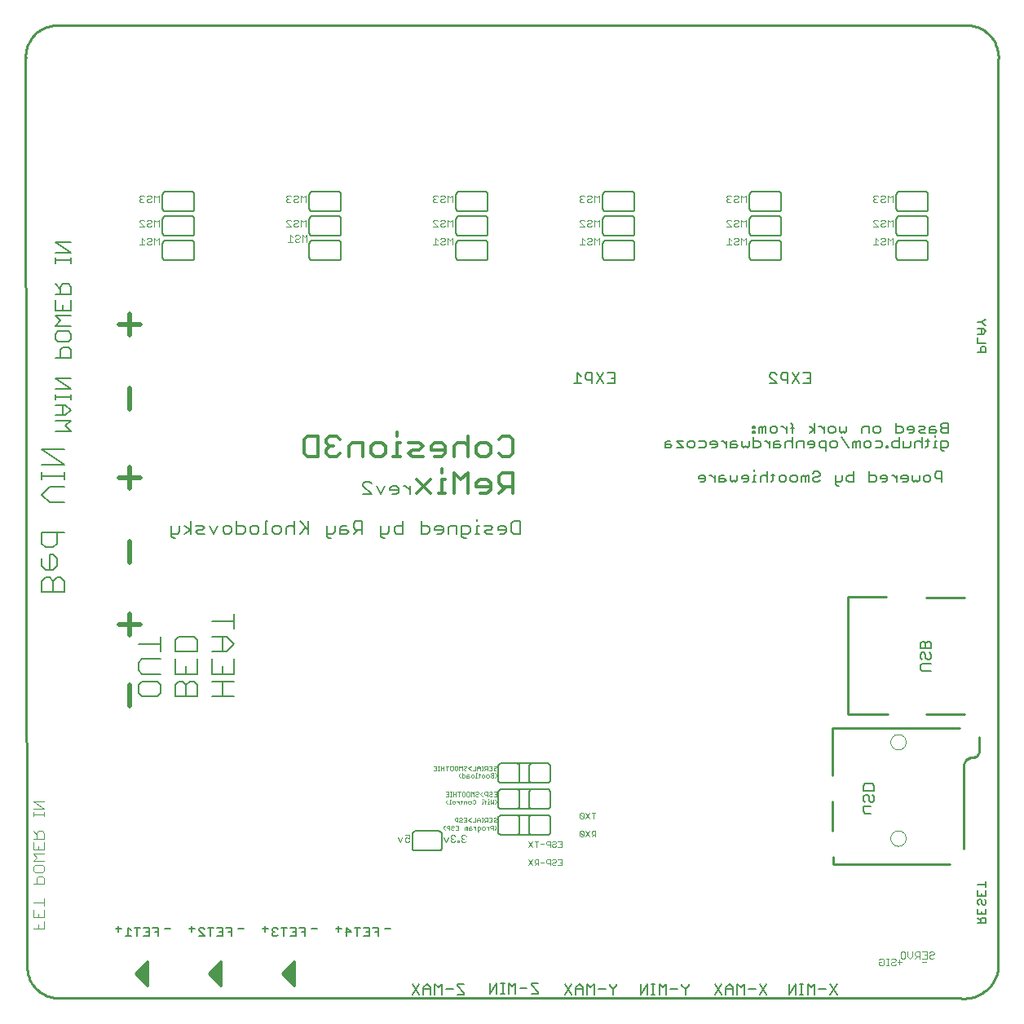
<source format=gbo>
G75*
G70*
%OFA0B0*%
%FSLAX24Y24*%
%IPPOS*%
%LPD*%
%AMOC8*
5,1,8,0,0,1.08239X$1,22.5*
%
%ADD10C,0.0100*%
%ADD11C,0.0030*%
%ADD12C,0.0080*%
%ADD13C,0.0055*%
%ADD14C,0.0070*%
%ADD15C,0.0050*%
%ADD16C,0.0140*%
%ADD17C,0.0040*%
%ADD18C,0.0200*%
%ADD19C,0.0060*%
%ADD20C,0.0000*%
D10*
X002393Y001821D02*
X002330Y038999D01*
X002331Y038998D02*
X002328Y039067D01*
X002329Y039135D01*
X002334Y039203D01*
X002343Y039271D01*
X002355Y039339D01*
X002371Y039405D01*
X002390Y039471D01*
X002413Y039535D01*
X002440Y039599D01*
X002470Y039660D01*
X002503Y039720D01*
X002539Y039778D01*
X002578Y039834D01*
X002621Y039888D01*
X002666Y039939D01*
X002714Y039988D01*
X002764Y040034D01*
X002817Y040078D01*
X002873Y040118D01*
X002930Y040156D01*
X002989Y040190D01*
X003050Y040221D01*
X003113Y040249D01*
X003177Y040273D01*
X003242Y040294D01*
X003308Y040311D01*
X003375Y040324D01*
X003443Y040334D01*
X003511Y040340D01*
X003511Y040341D02*
X040913Y040341D01*
X040983Y040333D01*
X041052Y040321D01*
X041121Y040306D01*
X041188Y040287D01*
X041255Y040264D01*
X041320Y040238D01*
X041384Y040208D01*
X041446Y040175D01*
X041506Y040138D01*
X041564Y040098D01*
X041619Y040056D01*
X041673Y040010D01*
X041724Y039961D01*
X041772Y039910D01*
X041817Y039856D01*
X041859Y039800D01*
X041898Y039741D01*
X041934Y039681D01*
X041967Y039619D01*
X041996Y039555D01*
X042022Y039489D01*
X042044Y039423D01*
X042062Y039355D01*
X042077Y039286D01*
X042088Y039217D01*
X042095Y039147D01*
X042099Y039077D01*
X042098Y039006D01*
X042094Y038936D01*
X042094Y001759D01*
X042095Y001759D02*
X042081Y001685D01*
X042063Y001613D01*
X042042Y001541D01*
X042016Y001471D01*
X041988Y001402D01*
X041955Y001334D01*
X041919Y001269D01*
X041880Y001205D01*
X041837Y001144D01*
X041792Y001085D01*
X041743Y001028D01*
X041691Y000974D01*
X041637Y000923D01*
X041580Y000874D01*
X041520Y000829D01*
X041459Y000787D01*
X041395Y000748D01*
X041329Y000712D01*
X041261Y000680D01*
X041192Y000652D01*
X041122Y000627D01*
X041050Y000606D01*
X040977Y000589D01*
X040904Y000576D01*
X040829Y000566D01*
X040755Y000561D01*
X040680Y000559D01*
X040605Y000561D01*
X040531Y000567D01*
X040457Y000577D01*
X040456Y000578D02*
X003699Y000578D01*
X003698Y000577D02*
X003629Y000578D01*
X003560Y000581D01*
X003492Y000589D01*
X003424Y000600D01*
X003356Y000615D01*
X003290Y000634D01*
X003224Y000656D01*
X003160Y000682D01*
X003098Y000711D01*
X003037Y000744D01*
X002978Y000779D01*
X002921Y000818D01*
X002866Y000860D01*
X002813Y000905D01*
X002763Y000953D01*
X002716Y001003D01*
X002671Y001056D01*
X002630Y001111D01*
X002591Y001168D01*
X002555Y001227D01*
X002523Y001288D01*
X002494Y001351D01*
X002469Y001415D01*
X002447Y001481D01*
X002429Y001547D01*
X002414Y001615D01*
X002403Y001683D01*
X002396Y001752D01*
X002392Y001821D01*
X006830Y001578D02*
X007330Y001078D01*
X007330Y002078D01*
X006830Y001578D01*
X006845Y001563D02*
X007330Y001563D01*
X007330Y001661D02*
X006914Y001661D01*
X007012Y001760D02*
X007330Y001760D01*
X007330Y001858D02*
X007111Y001858D01*
X007209Y001957D02*
X007330Y001957D01*
X007330Y002055D02*
X007308Y002055D01*
X007330Y001464D02*
X006943Y001464D01*
X007042Y001366D02*
X007330Y001366D01*
X007330Y001267D02*
X007140Y001267D01*
X007239Y001169D02*
X007330Y001169D01*
X009830Y001578D02*
X010330Y001078D01*
X010330Y002078D01*
X009830Y001578D01*
X009845Y001563D02*
X010330Y001563D01*
X010330Y001661D02*
X009914Y001661D01*
X010012Y001760D02*
X010330Y001760D01*
X010330Y001858D02*
X010111Y001858D01*
X010209Y001957D02*
X010330Y001957D01*
X010330Y002055D02*
X010308Y002055D01*
X010330Y001464D02*
X009943Y001464D01*
X010042Y001366D02*
X010330Y001366D01*
X010330Y001267D02*
X010140Y001267D01*
X010239Y001169D02*
X010330Y001169D01*
X012830Y001578D02*
X013330Y001078D01*
X013330Y002078D01*
X012830Y001578D01*
X012845Y001563D02*
X013330Y001563D01*
X013330Y001661D02*
X012914Y001661D01*
X013012Y001760D02*
X013330Y001760D01*
X013330Y001858D02*
X013111Y001858D01*
X013209Y001957D02*
X013330Y001957D01*
X013330Y002055D02*
X013308Y002055D01*
X013330Y001464D02*
X012943Y001464D01*
X013042Y001366D02*
X013330Y001366D01*
X013330Y001267D02*
X013140Y001267D01*
X013239Y001169D02*
X013330Y001169D01*
X035361Y006046D02*
X040125Y006046D01*
X040676Y006675D02*
X040676Y010061D01*
X040681Y010099D01*
X040690Y010137D01*
X040703Y010174D01*
X040719Y010209D01*
X040739Y010243D01*
X040762Y010274D01*
X040788Y010303D01*
X040817Y010329D01*
X040849Y010352D01*
X040882Y010371D01*
X040918Y010388D01*
X040954Y010400D01*
X040992Y010409D01*
X041031Y010414D01*
X041070Y010415D01*
X041070Y010416D02*
X041098Y010418D01*
X041126Y010423D01*
X041154Y010431D01*
X041180Y010443D01*
X041204Y010458D01*
X041226Y010475D01*
X041247Y010496D01*
X041264Y010518D01*
X041279Y010542D01*
X041291Y010568D01*
X041299Y010596D01*
X041304Y010624D01*
X041306Y010652D01*
X041306Y011242D01*
X040519Y011597D02*
X035322Y011597D01*
X035322Y009668D01*
X035322Y008605D02*
X035322Y007423D01*
X035361Y006360D02*
X035361Y006046D01*
X035952Y012187D02*
X037566Y012187D01*
X035952Y012187D02*
X035952Y016990D01*
X037527Y016990D01*
X039141Y016951D02*
X040716Y016951D01*
X040716Y012187D02*
X039141Y012187D01*
D11*
X039177Y002476D02*
X038983Y002476D01*
X038882Y002476D02*
X038737Y002476D01*
X038688Y002428D01*
X038688Y002331D01*
X038737Y002283D01*
X038882Y002283D01*
X038882Y002186D02*
X038882Y002476D01*
X038785Y002283D02*
X038688Y002186D01*
X038587Y002283D02*
X038587Y002476D01*
X038587Y002283D02*
X038491Y002186D01*
X038394Y002283D01*
X038394Y002476D01*
X038293Y002428D02*
X038244Y002476D01*
X038148Y002476D01*
X038099Y002428D01*
X038099Y002235D01*
X038148Y002186D01*
X038244Y002186D01*
X038293Y002235D01*
X038293Y002428D01*
X038062Y002147D02*
X038062Y001953D01*
X038159Y002050D02*
X037965Y002050D01*
X037909Y002098D02*
X037860Y002050D01*
X037764Y002050D01*
X037715Y002002D01*
X037715Y001953D01*
X037764Y001905D01*
X037860Y001905D01*
X037909Y001953D01*
X037909Y002098D02*
X037909Y002147D01*
X037860Y002195D01*
X037764Y002195D01*
X037715Y002147D01*
X037614Y002195D02*
X037517Y002195D01*
X037566Y002195D02*
X037566Y001905D01*
X037614Y001905D02*
X037517Y001905D01*
X037418Y001953D02*
X037369Y001905D01*
X037273Y001905D01*
X037224Y001953D01*
X037224Y002050D01*
X037321Y002050D01*
X037418Y002147D02*
X037418Y001953D01*
X037418Y002147D02*
X037369Y002195D01*
X037273Y002195D01*
X037224Y002147D01*
X038965Y002050D02*
X039159Y002050D01*
X039177Y002186D02*
X038983Y002186D01*
X039080Y002331D02*
X039177Y002331D01*
X039278Y002283D02*
X039278Y002235D01*
X039326Y002186D01*
X039423Y002186D01*
X039471Y002235D01*
X039423Y002331D02*
X039326Y002331D01*
X039278Y002283D01*
X039177Y002186D02*
X039177Y002476D01*
X039278Y002428D02*
X039326Y002476D01*
X039423Y002476D01*
X039471Y002428D01*
X039471Y002380D01*
X039423Y002331D01*
X025618Y007167D02*
X025618Y007397D01*
X025503Y007397D01*
X025465Y007358D01*
X025465Y007282D01*
X025503Y007243D01*
X025618Y007243D01*
X025542Y007243D02*
X025465Y007167D01*
X025379Y007167D02*
X025226Y007397D01*
X025140Y007358D02*
X025101Y007397D01*
X025024Y007397D01*
X024986Y007358D01*
X025140Y007205D01*
X025101Y007167D01*
X025024Y007167D01*
X024986Y007205D01*
X024986Y007358D01*
X025140Y007358D02*
X025140Y007205D01*
X025226Y007167D02*
X025379Y007397D01*
X025379Y007917D02*
X025226Y008147D01*
X025140Y008108D02*
X025101Y008147D01*
X025024Y008147D01*
X024986Y008108D01*
X025140Y007955D01*
X025101Y007917D01*
X025024Y007917D01*
X024986Y007955D01*
X024986Y008108D01*
X025140Y008108D02*
X025140Y007955D01*
X025226Y007917D02*
X025379Y008147D01*
X025465Y008147D02*
X025618Y008147D01*
X025542Y008147D02*
X025542Y007917D01*
X024243Y006991D02*
X024243Y006760D01*
X024090Y006760D01*
X024004Y006799D02*
X023966Y006760D01*
X023889Y006760D01*
X023851Y006799D01*
X023851Y006837D01*
X023889Y006875D01*
X023966Y006875D01*
X024004Y006914D01*
X024004Y006952D01*
X023966Y006991D01*
X023889Y006991D01*
X023851Y006952D01*
X023765Y006991D02*
X023649Y006991D01*
X023611Y006952D01*
X023611Y006875D01*
X023649Y006837D01*
X023765Y006837D01*
X023765Y006760D02*
X023765Y006991D01*
X023525Y006875D02*
X023372Y006875D01*
X023286Y006991D02*
X023132Y006991D01*
X023209Y006991D02*
X023209Y006760D01*
X023046Y006760D02*
X022893Y006991D01*
X023046Y006991D02*
X022893Y006760D01*
X022893Y006241D02*
X023046Y006010D01*
X023132Y006010D02*
X023209Y006087D01*
X023171Y006087D02*
X023286Y006087D01*
X023286Y006010D02*
X023286Y006241D01*
X023171Y006241D01*
X023132Y006202D01*
X023132Y006125D01*
X023171Y006087D01*
X023046Y006241D02*
X022893Y006010D01*
X023372Y006125D02*
X023525Y006125D01*
X023611Y006125D02*
X023649Y006087D01*
X023765Y006087D01*
X023765Y006010D02*
X023765Y006241D01*
X023649Y006241D01*
X023611Y006202D01*
X023611Y006125D01*
X023851Y006087D02*
X023889Y006125D01*
X023966Y006125D01*
X024004Y006164D01*
X024004Y006202D01*
X023966Y006241D01*
X023889Y006241D01*
X023851Y006202D01*
X023851Y006087D02*
X023851Y006049D01*
X023889Y006010D01*
X023966Y006010D01*
X024004Y006049D01*
X024090Y006010D02*
X024243Y006010D01*
X024243Y006241D01*
X024090Y006241D01*
X024167Y006125D02*
X024243Y006125D01*
X024243Y006875D02*
X024167Y006875D01*
X024243Y006991D02*
X024090Y006991D01*
X021559Y007505D02*
X021559Y007562D01*
X021502Y007618D01*
X021436Y007618D02*
X021351Y007618D01*
X021323Y007590D01*
X021323Y007533D01*
X021351Y007505D01*
X021436Y007505D01*
X021436Y007448D02*
X021436Y007618D01*
X021395Y007763D02*
X021281Y007763D01*
X021210Y007763D02*
X021210Y007933D01*
X021125Y007933D01*
X021097Y007905D01*
X021097Y007848D01*
X021125Y007820D01*
X021210Y007820D01*
X021154Y007820D02*
X021097Y007763D01*
X021026Y007763D02*
X020970Y007763D01*
X020998Y007763D02*
X020998Y007933D01*
X021026Y007933D02*
X020970Y007933D01*
X020904Y007877D02*
X020847Y007933D01*
X020790Y007877D01*
X020790Y007763D01*
X020719Y007763D02*
X020606Y007763D01*
X020535Y007763D02*
X020422Y007848D01*
X020535Y007933D01*
X020351Y007933D02*
X020351Y007763D01*
X020238Y007763D01*
X020167Y007792D02*
X020139Y007763D01*
X020082Y007763D01*
X020053Y007792D01*
X020053Y007820D01*
X020082Y007848D01*
X020139Y007848D01*
X020167Y007877D01*
X020167Y007905D01*
X020139Y007933D01*
X020082Y007933D01*
X020053Y007905D01*
X019983Y007933D02*
X019898Y007933D01*
X019869Y007905D01*
X019869Y007848D01*
X019898Y007820D01*
X019983Y007820D01*
X019983Y007763D02*
X019983Y007933D01*
X020238Y007933D02*
X020351Y007933D01*
X020351Y007848D02*
X020294Y007848D01*
X020308Y007562D02*
X020279Y007533D01*
X020279Y007448D01*
X020336Y007448D02*
X020336Y007533D01*
X020308Y007562D01*
X020336Y007533D02*
X020364Y007562D01*
X020393Y007562D01*
X020393Y007448D01*
X020463Y007448D02*
X020549Y007448D01*
X020577Y007477D01*
X020549Y007505D01*
X020463Y007505D01*
X020463Y007533D02*
X020463Y007448D01*
X020463Y007533D02*
X020492Y007562D01*
X020549Y007562D01*
X020645Y007562D02*
X020674Y007562D01*
X020730Y007505D01*
X020730Y007448D02*
X020730Y007562D01*
X020801Y007562D02*
X020886Y007562D01*
X020915Y007533D01*
X020915Y007477D01*
X020886Y007448D01*
X020801Y007448D01*
X020801Y007420D02*
X020801Y007562D01*
X020801Y007420D02*
X020829Y007392D01*
X020858Y007392D01*
X020985Y007477D02*
X020985Y007533D01*
X021014Y007562D01*
X021070Y007562D01*
X021099Y007533D01*
X021099Y007477D01*
X021070Y007448D01*
X021014Y007448D01*
X020985Y007477D01*
X021167Y007562D02*
X021195Y007562D01*
X021252Y007505D01*
X021252Y007448D02*
X021252Y007562D01*
X021395Y007763D02*
X021395Y007933D01*
X021281Y007933D01*
X021338Y007848D02*
X021395Y007848D01*
X021465Y007820D02*
X021465Y007792D01*
X021494Y007763D01*
X021550Y007763D01*
X021579Y007792D01*
X021550Y007848D02*
X021494Y007848D01*
X021465Y007820D01*
X021465Y007905D02*
X021494Y007933D01*
X021550Y007933D01*
X021579Y007905D01*
X021579Y007877D01*
X021550Y007848D01*
X021559Y007505D02*
X021502Y007448D01*
X020904Y007763D02*
X020904Y007877D01*
X020904Y007848D02*
X020790Y007848D01*
X020719Y007933D02*
X020719Y007763D01*
X020024Y007618D02*
X020024Y007448D01*
X019911Y007448D01*
X019840Y007477D02*
X019812Y007448D01*
X019755Y007448D01*
X019727Y007477D01*
X019727Y007505D01*
X019755Y007533D01*
X019812Y007533D01*
X019840Y007562D01*
X019840Y007590D01*
X019812Y007618D01*
X019755Y007618D01*
X019727Y007590D01*
X019656Y007618D02*
X019571Y007618D01*
X019543Y007590D01*
X019543Y007533D01*
X019571Y007505D01*
X019656Y007505D01*
X019656Y007448D02*
X019656Y007618D01*
X019472Y007618D02*
X019415Y007562D01*
X019415Y007505D01*
X019472Y007448D01*
X019911Y007618D02*
X020024Y007618D01*
X020024Y007533D02*
X019968Y007533D01*
X020044Y008511D02*
X020044Y008625D01*
X019987Y008625D02*
X019959Y008625D01*
X019987Y008625D02*
X020044Y008568D01*
X020110Y008511D02*
X020139Y008540D01*
X020139Y008653D01*
X020167Y008625D02*
X020110Y008625D01*
X020238Y008596D02*
X020238Y008511D01*
X020238Y008596D02*
X020266Y008625D01*
X020351Y008625D01*
X020351Y008511D01*
X020422Y008540D02*
X020422Y008596D01*
X020450Y008625D01*
X020507Y008625D01*
X020535Y008596D01*
X020535Y008540D01*
X020507Y008511D01*
X020450Y008511D01*
X020422Y008540D01*
X020606Y008540D02*
X020634Y008511D01*
X020691Y008511D01*
X020719Y008540D01*
X020719Y008653D01*
X020691Y008681D01*
X020634Y008681D01*
X020606Y008653D01*
X020658Y008826D02*
X020658Y008996D01*
X020601Y008940D01*
X020545Y008996D01*
X020545Y008826D01*
X020474Y008855D02*
X020445Y008826D01*
X020389Y008826D01*
X020360Y008855D01*
X020360Y008968D01*
X020389Y008996D01*
X020445Y008996D01*
X020474Y008968D01*
X020474Y008855D01*
X020290Y008855D02*
X020290Y008968D01*
X020261Y008996D01*
X020205Y008996D01*
X020176Y008968D01*
X020176Y008855D01*
X020205Y008826D01*
X020261Y008826D01*
X020290Y008855D01*
X020106Y008996D02*
X019992Y008996D01*
X020049Y008996D02*
X020049Y008826D01*
X019921Y008826D02*
X019921Y008996D01*
X019921Y008911D02*
X019808Y008911D01*
X019808Y008996D02*
X019808Y008826D01*
X019737Y008826D02*
X019680Y008826D01*
X019709Y008826D02*
X019709Y008996D01*
X019737Y008996D02*
X019680Y008996D01*
X019614Y008996D02*
X019614Y008826D01*
X019501Y008826D01*
X019558Y008911D02*
X019614Y008911D01*
X019614Y008996D02*
X019501Y008996D01*
X019584Y008681D02*
X019527Y008625D01*
X019527Y008568D01*
X019584Y008511D01*
X019650Y008511D02*
X019707Y008511D01*
X019678Y008511D02*
X019678Y008681D01*
X019707Y008681D01*
X019777Y008596D02*
X019806Y008625D01*
X019862Y008625D01*
X019891Y008596D01*
X019891Y008540D01*
X019862Y008511D01*
X019806Y008511D01*
X019777Y008540D01*
X019777Y008596D01*
X020729Y008855D02*
X020757Y008826D01*
X020814Y008826D01*
X020842Y008855D01*
X020814Y008911D02*
X020757Y008911D01*
X020729Y008883D01*
X020729Y008855D01*
X020814Y008911D02*
X020842Y008940D01*
X020842Y008968D01*
X020814Y008996D01*
X020757Y008996D01*
X020729Y008968D01*
X020913Y008911D02*
X021026Y008826D01*
X021097Y008911D02*
X021125Y008883D01*
X021210Y008883D01*
X021210Y008826D02*
X021210Y008996D01*
X021125Y008996D01*
X021097Y008968D01*
X021097Y008911D01*
X021026Y008996D02*
X020913Y008911D01*
X020998Y008710D02*
X020998Y008681D01*
X020998Y008625D02*
X020998Y008511D01*
X021026Y008511D02*
X020970Y008511D01*
X020998Y008625D02*
X021026Y008625D01*
X021092Y008596D02*
X021149Y008596D01*
X021121Y008653D02*
X021092Y008681D01*
X021121Y008653D02*
X021121Y008511D01*
X021215Y008511D02*
X021272Y008511D01*
X021243Y008511D02*
X021243Y008625D01*
X021272Y008625D01*
X021243Y008681D02*
X021243Y008710D01*
X021343Y008681D02*
X021343Y008511D01*
X021399Y008568D01*
X021456Y008511D01*
X021456Y008681D01*
X021522Y008681D02*
X021579Y008625D01*
X021579Y008568D01*
X021522Y008511D01*
X021579Y008826D02*
X021465Y008826D01*
X021395Y008855D02*
X021366Y008826D01*
X021310Y008826D01*
X021281Y008855D01*
X021281Y008883D01*
X021310Y008911D01*
X021366Y008911D01*
X021395Y008940D01*
X021395Y008968D01*
X021366Y008996D01*
X021310Y008996D01*
X021281Y008968D01*
X021465Y008996D02*
X021579Y008996D01*
X021579Y008826D01*
X021579Y008911D02*
X021522Y008911D01*
X021522Y009594D02*
X021579Y009651D01*
X021579Y009707D01*
X021522Y009764D01*
X021456Y009764D02*
X021371Y009764D01*
X021343Y009736D01*
X021343Y009707D01*
X021371Y009679D01*
X021456Y009679D01*
X021456Y009594D02*
X021371Y009594D01*
X021343Y009622D01*
X021343Y009651D01*
X021371Y009679D01*
X021272Y009679D02*
X021272Y009622D01*
X021243Y009594D01*
X021187Y009594D01*
X021158Y009622D01*
X021158Y009679D01*
X021187Y009707D01*
X021243Y009707D01*
X021272Y009679D01*
X021088Y009679D02*
X021088Y009622D01*
X021059Y009594D01*
X021003Y009594D01*
X020974Y009622D01*
X020974Y009679D01*
X021003Y009707D01*
X021059Y009707D01*
X021088Y009679D01*
X020904Y009707D02*
X020847Y009707D01*
X020875Y009736D02*
X020875Y009622D01*
X020847Y009594D01*
X020781Y009594D02*
X020724Y009594D01*
X020752Y009594D02*
X020752Y009764D01*
X020781Y009764D01*
X020790Y009889D02*
X020790Y010003D01*
X020847Y010059D01*
X020904Y010003D01*
X020904Y009889D01*
X020970Y009889D02*
X021026Y009889D01*
X020998Y009889D02*
X020998Y010059D01*
X021026Y010059D02*
X020970Y010059D01*
X020904Y009974D02*
X020790Y009974D01*
X020719Y009889D02*
X020606Y009889D01*
X020535Y009889D02*
X020422Y009974D01*
X020535Y010059D01*
X020719Y010059D02*
X020719Y009889D01*
X020630Y009707D02*
X020658Y009679D01*
X020658Y009622D01*
X020630Y009594D01*
X020573Y009594D01*
X020545Y009622D01*
X020545Y009679D01*
X020573Y009707D01*
X020630Y009707D01*
X020474Y009622D02*
X020445Y009651D01*
X020360Y009651D01*
X020360Y009679D02*
X020360Y009594D01*
X020445Y009594D01*
X020474Y009622D01*
X020445Y009707D02*
X020389Y009707D01*
X020360Y009679D01*
X020290Y009679D02*
X020261Y009707D01*
X020176Y009707D01*
X020176Y009764D02*
X020176Y009594D01*
X020261Y009594D01*
X020290Y009622D01*
X020290Y009679D01*
X020106Y009594D02*
X020049Y009651D01*
X020049Y009707D01*
X020106Y009764D01*
X020053Y009889D02*
X020053Y010059D01*
X020110Y010003D01*
X020167Y010059D01*
X020167Y009889D01*
X020238Y009918D02*
X020266Y009889D01*
X020323Y009889D01*
X020351Y009918D01*
X020323Y009974D02*
X020266Y009974D01*
X020238Y009946D01*
X020238Y009918D01*
X020323Y009974D02*
X020351Y010003D01*
X020351Y010031D01*
X020323Y010059D01*
X020266Y010059D01*
X020238Y010031D01*
X019983Y010031D02*
X019983Y009918D01*
X019954Y009889D01*
X019898Y009889D01*
X019869Y009918D01*
X019869Y010031D01*
X019898Y010059D01*
X019954Y010059D01*
X019983Y010031D01*
X019799Y010031D02*
X019799Y009918D01*
X019770Y009889D01*
X019714Y009889D01*
X019685Y009918D01*
X019685Y010031D01*
X019714Y010059D01*
X019770Y010059D01*
X019799Y010031D01*
X019614Y010059D02*
X019501Y010059D01*
X019558Y010059D02*
X019558Y009889D01*
X019430Y009889D02*
X019430Y010059D01*
X019430Y009974D02*
X019317Y009974D01*
X019317Y010059D02*
X019317Y009889D01*
X019246Y009889D02*
X019189Y009889D01*
X019218Y009889D02*
X019218Y010059D01*
X019246Y010059D02*
X019189Y010059D01*
X019123Y010059D02*
X019123Y009889D01*
X019010Y009889D01*
X019067Y009974D02*
X019123Y009974D01*
X019123Y010059D02*
X019010Y010059D01*
X021097Y010031D02*
X021097Y009974D01*
X021125Y009946D01*
X021210Y009946D01*
X021154Y009946D02*
X021097Y009889D01*
X021210Y009889D02*
X021210Y010059D01*
X021125Y010059D01*
X021097Y010031D01*
X021281Y010059D02*
X021395Y010059D01*
X021395Y009889D01*
X021281Y009889D01*
X021338Y009974D02*
X021395Y009974D01*
X021465Y009946D02*
X021465Y009918D01*
X021494Y009889D01*
X021550Y009889D01*
X021579Y009918D01*
X021550Y009974D02*
X021494Y009974D01*
X021465Y009946D01*
X021465Y010031D02*
X021494Y010059D01*
X021550Y010059D01*
X021579Y010031D01*
X021579Y010003D01*
X021550Y009974D01*
X021456Y009764D02*
X021456Y009594D01*
D12*
X022007Y009382D02*
X023346Y009382D01*
X023188Y009107D02*
X022165Y009107D01*
X022283Y008319D02*
X023306Y008319D01*
X023346Y010170D02*
X022125Y010170D01*
X020335Y019370D02*
X020248Y019370D01*
X020161Y019456D01*
X020161Y019890D01*
X020422Y019890D01*
X020508Y019803D01*
X020508Y019630D01*
X020422Y019543D01*
X020161Y019543D01*
X019956Y019543D02*
X019956Y019890D01*
X019696Y019890D01*
X019609Y019803D01*
X019609Y019543D01*
X019403Y019630D02*
X019403Y019803D01*
X019317Y019890D01*
X019143Y019890D01*
X019056Y019803D01*
X019056Y019717D01*
X019403Y019717D01*
X019403Y019630D02*
X019317Y019543D01*
X019143Y019543D01*
X018851Y019630D02*
X018851Y019803D01*
X018764Y019890D01*
X018504Y019890D01*
X018504Y020064D02*
X018504Y019543D01*
X018764Y019543D01*
X018851Y019630D01*
X017746Y019543D02*
X017486Y019543D01*
X017399Y019630D01*
X017399Y019803D01*
X017486Y019890D01*
X017746Y019890D01*
X017746Y020064D02*
X017746Y019543D01*
X017194Y019630D02*
X017107Y019543D01*
X016847Y019543D01*
X016847Y019456D02*
X016933Y019370D01*
X017020Y019370D01*
X016847Y019456D02*
X016847Y019890D01*
X017194Y019890D02*
X017194Y019630D01*
X016089Y019717D02*
X015828Y019717D01*
X015742Y019803D01*
X015742Y019977D01*
X015828Y020064D01*
X016089Y020064D01*
X016089Y019543D01*
X015915Y019717D02*
X015742Y019543D01*
X015536Y019630D02*
X015449Y019717D01*
X015189Y019717D01*
X015189Y019803D02*
X015189Y019543D01*
X015449Y019543D01*
X015536Y019630D01*
X015449Y019890D02*
X015276Y019890D01*
X015189Y019803D01*
X014984Y019890D02*
X014984Y019630D01*
X014897Y019543D01*
X014637Y019543D01*
X014637Y019456D02*
X014723Y019370D01*
X014810Y019370D01*
X014637Y019456D02*
X014637Y019890D01*
X013879Y019717D02*
X013532Y020064D01*
X013326Y020064D02*
X013326Y019543D01*
X013532Y019543D02*
X013792Y019803D01*
X013879Y019543D02*
X013879Y020064D01*
X013326Y019803D02*
X013239Y019890D01*
X013066Y019890D01*
X012979Y019803D01*
X012979Y019543D01*
X012774Y019630D02*
X012687Y019543D01*
X012514Y019543D01*
X012427Y019630D01*
X012427Y019803D01*
X012514Y019890D01*
X012687Y019890D01*
X012774Y019803D01*
X012774Y019630D01*
X012221Y019543D02*
X012048Y019543D01*
X012135Y019543D02*
X012135Y020064D01*
X012221Y020064D01*
X011853Y019803D02*
X011853Y019630D01*
X011766Y019543D01*
X011593Y019543D01*
X011506Y019630D01*
X011506Y019803D01*
X011593Y019890D01*
X011766Y019890D01*
X011853Y019803D01*
X011301Y019803D02*
X011214Y019890D01*
X010954Y019890D01*
X010954Y020064D02*
X010954Y019543D01*
X011214Y019543D01*
X011301Y019630D01*
X011301Y019803D01*
X010748Y019803D02*
X010748Y019630D01*
X010661Y019543D01*
X010488Y019543D01*
X010401Y019630D01*
X010401Y019803D01*
X010488Y019890D01*
X010661Y019890D01*
X010748Y019803D01*
X010196Y019890D02*
X010022Y019543D01*
X009849Y019890D01*
X009643Y019803D02*
X009556Y019890D01*
X009296Y019890D01*
X009383Y019717D02*
X009296Y019630D01*
X009383Y019543D01*
X009643Y019543D01*
X009556Y019717D02*
X009643Y019803D01*
X009556Y019717D02*
X009383Y019717D01*
X009091Y019717D02*
X008830Y019890D01*
X008630Y019890D02*
X008630Y019630D01*
X008543Y019543D01*
X008283Y019543D01*
X008283Y019456D02*
X008370Y019370D01*
X008457Y019370D01*
X008283Y019456D02*
X008283Y019890D01*
X008830Y019543D02*
X009091Y019717D01*
X009091Y019543D02*
X009091Y020064D01*
X010853Y016279D02*
X010853Y015665D01*
X010853Y015972D02*
X009933Y015972D01*
X009933Y015359D02*
X010546Y015359D01*
X010853Y015052D01*
X010546Y014745D01*
X009933Y014745D01*
X009933Y014438D02*
X009933Y013824D01*
X010853Y013824D01*
X010853Y014438D01*
X010393Y014745D02*
X010393Y015359D01*
X009353Y015205D02*
X009353Y014745D01*
X008433Y014745D01*
X008433Y015205D01*
X008586Y015359D01*
X009200Y015359D01*
X009353Y015205D01*
X009353Y014438D02*
X009353Y013824D01*
X008433Y013824D01*
X008433Y014438D01*
X008893Y014131D02*
X008893Y013824D01*
X009046Y013517D02*
X008893Y013363D01*
X008893Y012903D01*
X009353Y012903D02*
X009353Y013363D01*
X009200Y013517D01*
X009046Y013517D01*
X008893Y013363D02*
X008739Y013517D01*
X008586Y013517D01*
X008433Y013363D01*
X008433Y012903D01*
X009353Y012903D01*
X009933Y012903D02*
X010853Y012903D01*
X010393Y012903D02*
X010393Y013517D01*
X010393Y013824D02*
X010393Y014131D01*
X010853Y013517D02*
X009933Y013517D01*
X007853Y013363D02*
X007700Y013517D01*
X007086Y013517D01*
X006933Y013363D01*
X006933Y013057D01*
X007086Y012903D01*
X007700Y012903D01*
X007853Y013057D01*
X007853Y013363D01*
X007853Y013824D02*
X007086Y013824D01*
X006933Y013977D01*
X006933Y014284D01*
X007086Y014438D01*
X007853Y014438D01*
X007853Y014745D02*
X007853Y015359D01*
X007853Y015052D02*
X006933Y015052D01*
X003916Y017166D02*
X003916Y017627D01*
X003762Y017780D01*
X003609Y017780D01*
X003455Y017627D01*
X003455Y017166D01*
X002995Y017166D02*
X002995Y017627D01*
X003148Y017780D01*
X003302Y017780D01*
X003455Y017627D01*
X003455Y018087D02*
X003609Y018241D01*
X003609Y018548D01*
X003455Y018701D01*
X003302Y018701D01*
X003302Y018087D01*
X003455Y018087D02*
X003148Y018087D01*
X002995Y018241D01*
X002995Y018548D01*
X003148Y019008D02*
X003455Y019008D01*
X003609Y019161D01*
X003609Y019622D01*
X003916Y019622D02*
X002995Y019622D01*
X002995Y019161D01*
X003148Y019008D01*
X002995Y017166D02*
X003916Y017166D01*
X003916Y020850D02*
X003302Y020850D01*
X002995Y021156D01*
X003302Y021463D01*
X003916Y021463D01*
X003916Y021770D02*
X003916Y022077D01*
X003916Y021924D02*
X002995Y021924D01*
X002995Y022077D02*
X002995Y021770D01*
X002995Y022384D02*
X003916Y022384D01*
X002995Y022998D01*
X003916Y022998D01*
X016122Y021602D02*
X016122Y021515D01*
X016469Y021168D01*
X016122Y021168D01*
X016674Y021515D02*
X016848Y021168D01*
X017021Y021515D01*
X017227Y021428D02*
X017227Y021342D01*
X017574Y021342D01*
X017574Y021428D02*
X017487Y021515D01*
X017313Y021515D01*
X017227Y021428D01*
X017313Y021168D02*
X017487Y021168D01*
X017574Y021255D01*
X017574Y021428D01*
X017774Y021515D02*
X017861Y021515D01*
X018034Y021342D01*
X018034Y021515D02*
X018034Y021168D01*
X016469Y021602D02*
X016382Y021689D01*
X016209Y021689D01*
X016122Y021602D01*
X020790Y020150D02*
X020790Y020064D01*
X020790Y019890D02*
X020790Y019543D01*
X020877Y019543D02*
X020703Y019543D01*
X020790Y019890D02*
X020877Y019890D01*
X021082Y019890D02*
X021342Y019890D01*
X021429Y019803D01*
X021342Y019717D01*
X021169Y019717D01*
X021082Y019630D01*
X021169Y019543D01*
X021429Y019543D01*
X021635Y019717D02*
X021982Y019717D01*
X021982Y019803D02*
X021895Y019890D01*
X021721Y019890D01*
X021635Y019803D01*
X021635Y019717D01*
X021721Y019543D02*
X021895Y019543D01*
X021982Y019630D01*
X021982Y019803D01*
X022187Y019630D02*
X022187Y019977D01*
X022274Y020064D01*
X022534Y020064D01*
X022534Y019543D01*
X022274Y019543D01*
X022187Y019630D01*
D13*
X022165Y008044D02*
X023188Y008044D01*
X023385Y007256D02*
X022086Y007256D01*
D14*
X022077Y001183D02*
X022077Y000753D01*
X021903Y000753D02*
X021760Y000753D01*
X021832Y000753D02*
X021832Y001183D01*
X021903Y001183D02*
X021760Y001183D01*
X021596Y001183D02*
X021310Y000753D01*
X021310Y001183D01*
X021596Y001183D02*
X021596Y000753D01*
X022077Y001183D02*
X022220Y001040D01*
X022364Y001183D01*
X022364Y000753D01*
X022537Y000968D02*
X022824Y000968D01*
X022998Y001112D02*
X023285Y000825D01*
X023285Y000753D01*
X022998Y000753D01*
X022998Y001112D02*
X022998Y001183D01*
X023285Y001183D01*
X024365Y001152D02*
X024652Y000722D01*
X024826Y000722D02*
X024826Y001009D01*
X024969Y001152D01*
X025112Y001009D01*
X025112Y000722D01*
X025286Y000722D02*
X025286Y001152D01*
X025429Y001009D01*
X025573Y001152D01*
X025573Y000722D01*
X025746Y000937D02*
X026033Y000937D01*
X026207Y001080D02*
X026207Y001152D01*
X026207Y001080D02*
X026350Y000937D01*
X026350Y000722D01*
X026350Y000937D02*
X026494Y001080D01*
X026494Y001152D01*
X027468Y001152D02*
X027468Y000722D01*
X027755Y001152D01*
X027755Y000722D01*
X027918Y000722D02*
X028061Y000722D01*
X027990Y000722D02*
X027990Y001152D01*
X028061Y001152D02*
X027918Y001152D01*
X028235Y001152D02*
X028235Y000722D01*
X028522Y000722D02*
X028522Y001152D01*
X028378Y001009D01*
X028235Y001152D01*
X028695Y000937D02*
X028982Y000937D01*
X029156Y001080D02*
X029156Y001152D01*
X029156Y001080D02*
X029299Y000937D01*
X029299Y000722D01*
X029299Y000937D02*
X029443Y001080D01*
X029443Y001152D01*
X030501Y001152D02*
X030788Y000722D01*
X030961Y000722D02*
X030961Y001009D01*
X031105Y001152D01*
X031248Y001009D01*
X031248Y000722D01*
X031422Y000722D02*
X031422Y001152D01*
X031565Y001009D01*
X031708Y001152D01*
X031708Y000722D01*
X031882Y000937D02*
X032169Y000937D01*
X032342Y001152D02*
X032629Y000722D01*
X032342Y000722D02*
X032629Y001152D01*
X033534Y001152D02*
X033534Y000722D01*
X033821Y001152D01*
X033821Y000722D01*
X033985Y000722D02*
X034128Y000722D01*
X034057Y000722D02*
X034057Y001152D01*
X034128Y001152D02*
X033985Y001152D01*
X034302Y001152D02*
X034302Y000722D01*
X034589Y000722D02*
X034589Y001152D01*
X034445Y001009D01*
X034302Y001152D01*
X034762Y000937D02*
X035049Y000937D01*
X035223Y001152D02*
X035509Y000722D01*
X035223Y000722D02*
X035509Y001152D01*
X031248Y000937D02*
X030961Y000937D01*
X030788Y001152D02*
X030501Y000722D01*
X025112Y000937D02*
X024826Y000937D01*
X024652Y001152D02*
X024365Y000722D01*
X020264Y000722D02*
X019977Y000722D01*
X019804Y000937D02*
X019517Y000937D01*
X019344Y001152D02*
X019200Y001009D01*
X019057Y001152D01*
X019057Y000722D01*
X018883Y000722D02*
X018883Y001009D01*
X018740Y001152D01*
X018596Y001009D01*
X018596Y000722D01*
X018423Y000722D02*
X018136Y001152D01*
X018423Y001152D02*
X018136Y000722D01*
X018596Y000937D02*
X018883Y000937D01*
X019344Y000722D02*
X019344Y001152D01*
X019977Y001152D02*
X019977Y001080D01*
X020264Y000793D01*
X020264Y000722D01*
X020264Y001152D02*
X019977Y001152D01*
X036589Y008196D02*
X036661Y008125D01*
X036876Y008125D01*
X036876Y008411D02*
X036589Y008411D01*
X036589Y008196D01*
X036661Y008585D02*
X036589Y008657D01*
X036589Y008800D01*
X036661Y008872D01*
X036733Y008872D01*
X036805Y008800D01*
X036805Y008657D01*
X036876Y008585D01*
X036948Y008585D01*
X037020Y008657D01*
X037020Y008800D01*
X036948Y008872D01*
X037020Y009045D02*
X036589Y009045D01*
X036589Y009260D01*
X036661Y009332D01*
X036948Y009332D01*
X037020Y009260D01*
X037020Y009045D01*
X041263Y005223D02*
X041593Y005223D01*
X041593Y005113D02*
X041593Y005333D01*
X041593Y004965D02*
X041593Y004745D01*
X041263Y004745D01*
X041263Y004965D01*
X041428Y004855D02*
X041428Y004745D01*
X041373Y004596D02*
X041318Y004596D01*
X041263Y004541D01*
X041263Y004431D01*
X041318Y004376D01*
X041428Y004431D02*
X041428Y004541D01*
X041373Y004596D01*
X041538Y004596D02*
X041593Y004541D01*
X041593Y004431D01*
X041538Y004376D01*
X041483Y004376D01*
X041428Y004431D01*
X041593Y004228D02*
X041593Y004008D01*
X041263Y004008D01*
X041263Y004228D01*
X041428Y004118D02*
X041428Y004008D01*
X041428Y003860D02*
X041373Y003805D01*
X041373Y003640D01*
X041373Y003750D02*
X041263Y003860D01*
X041428Y003860D02*
X041538Y003860D01*
X041593Y003805D01*
X041593Y003640D01*
X041263Y003640D01*
X039343Y013951D02*
X038984Y013951D01*
X038912Y014023D01*
X038912Y014166D01*
X038984Y014238D01*
X039343Y014238D01*
X039271Y014412D02*
X039199Y014412D01*
X039127Y014483D01*
X039127Y014627D01*
X039056Y014699D01*
X038984Y014699D01*
X038912Y014627D01*
X038912Y014483D01*
X038984Y014412D01*
X039271Y014412D02*
X039343Y014483D01*
X039343Y014627D01*
X039271Y014699D01*
X039343Y014872D02*
X039343Y015087D01*
X039271Y015159D01*
X039199Y015159D01*
X039127Y015087D01*
X039127Y014872D01*
X038912Y014872D02*
X039343Y014872D01*
X039127Y015087D02*
X039056Y015159D01*
X038984Y015159D01*
X038912Y015087D01*
X038912Y014872D01*
X035579Y021523D02*
X035507Y021523D01*
X035435Y021594D01*
X035435Y021953D01*
X035435Y021666D02*
X035651Y021666D01*
X035722Y021738D01*
X035722Y021953D01*
X035896Y021881D02*
X035968Y021953D01*
X036183Y021953D01*
X036183Y022097D02*
X036183Y021666D01*
X035968Y021666D01*
X035896Y021738D01*
X035896Y021881D01*
X036817Y021953D02*
X037032Y021953D01*
X037103Y021881D01*
X037103Y021738D01*
X037032Y021666D01*
X036817Y021666D01*
X036817Y022097D01*
X037277Y021881D02*
X037277Y021810D01*
X037564Y021810D01*
X037564Y021881D02*
X037492Y021953D01*
X037349Y021953D01*
X037277Y021881D01*
X037349Y021666D02*
X037492Y021666D01*
X037564Y021738D01*
X037564Y021881D01*
X037732Y021953D02*
X037804Y021953D01*
X037948Y021810D01*
X037948Y021953D02*
X037948Y021666D01*
X038121Y021810D02*
X038408Y021810D01*
X038408Y021881D02*
X038336Y021953D01*
X038193Y021953D01*
X038121Y021881D01*
X038121Y021810D01*
X038193Y021666D02*
X038336Y021666D01*
X038408Y021738D01*
X038408Y021881D01*
X038581Y021953D02*
X038581Y021738D01*
X038653Y021666D01*
X038725Y021738D01*
X038797Y021666D01*
X038868Y021738D01*
X038868Y021953D01*
X039042Y021881D02*
X039114Y021953D01*
X039257Y021953D01*
X039329Y021881D01*
X039329Y021738D01*
X039257Y021666D01*
X039114Y021666D01*
X039042Y021738D01*
X039042Y021881D01*
X039502Y021881D02*
X039574Y021810D01*
X039789Y021810D01*
X039789Y021666D02*
X039789Y022097D01*
X039574Y022097D01*
X039502Y022025D01*
X039502Y021881D01*
X039824Y022929D02*
X039752Y023001D01*
X039752Y023359D01*
X039967Y023359D01*
X040039Y023288D01*
X040039Y023144D01*
X039967Y023072D01*
X039752Y023072D01*
X039824Y022929D02*
X039896Y022929D01*
X039579Y023072D02*
X039435Y023072D01*
X039507Y023072D02*
X039507Y023359D01*
X039579Y023359D01*
X039507Y023503D02*
X039507Y023574D01*
X039507Y023663D02*
X039292Y023663D01*
X039292Y023878D01*
X039364Y023950D01*
X039507Y023950D01*
X039507Y023807D02*
X039292Y023807D01*
X039118Y023878D02*
X039047Y023950D01*
X038831Y023950D01*
X038903Y023807D02*
X039047Y023807D01*
X039118Y023878D01*
X039118Y023663D02*
X038903Y023663D01*
X038831Y023735D01*
X038903Y023807D01*
X038658Y023807D02*
X038371Y023807D01*
X038371Y023878D01*
X038443Y023950D01*
X038586Y023950D01*
X038658Y023878D01*
X038658Y023735D01*
X038586Y023663D01*
X038443Y023663D01*
X038198Y023735D02*
X038198Y023878D01*
X038126Y023950D01*
X037911Y023950D01*
X037911Y024094D02*
X037911Y023663D01*
X038126Y023663D01*
X038198Y023735D01*
X038044Y023503D02*
X038044Y023072D01*
X037829Y023072D01*
X037757Y023144D01*
X037757Y023288D01*
X037829Y023359D01*
X038044Y023359D01*
X038218Y023359D02*
X038218Y023072D01*
X038433Y023072D01*
X038504Y023144D01*
X038504Y023359D01*
X038678Y023288D02*
X038678Y023072D01*
X038678Y023288D02*
X038750Y023359D01*
X038893Y023359D01*
X038965Y023288D01*
X039128Y023359D02*
X039272Y023359D01*
X039200Y023431D02*
X039200Y023144D01*
X039128Y023072D01*
X038965Y023072D02*
X038965Y023503D01*
X039507Y023663D02*
X039579Y023735D01*
X039507Y023807D01*
X039752Y023807D02*
X039752Y023735D01*
X039824Y023663D01*
X040039Y023663D01*
X040039Y024094D01*
X039824Y024094D01*
X039752Y024022D01*
X039752Y023950D01*
X039824Y023878D01*
X040039Y023878D01*
X039824Y023878D02*
X039752Y023807D01*
X037584Y023144D02*
X037512Y023144D01*
X037512Y023072D01*
X037584Y023072D01*
X037584Y023144D01*
X037353Y023144D02*
X037282Y023072D01*
X037067Y023072D01*
X036893Y023144D02*
X036821Y023072D01*
X036678Y023072D01*
X036606Y023144D01*
X036606Y023288D01*
X036678Y023359D01*
X036821Y023359D01*
X036893Y023288D01*
X036893Y023144D01*
X037067Y023359D02*
X037282Y023359D01*
X037353Y023288D01*
X037353Y023144D01*
X037205Y023663D02*
X037277Y023735D01*
X037277Y023878D01*
X037205Y023950D01*
X037062Y023950D01*
X036990Y023878D01*
X036990Y023735D01*
X037062Y023663D01*
X037205Y023663D01*
X036816Y023663D02*
X036816Y023950D01*
X036601Y023950D01*
X036529Y023878D01*
X036529Y023663D01*
X036433Y023359D02*
X036361Y023359D01*
X036289Y023288D01*
X036218Y023359D01*
X036146Y023288D01*
X036146Y023072D01*
X036289Y023072D02*
X036289Y023288D01*
X036433Y023359D02*
X036433Y023072D01*
X035972Y023072D02*
X035685Y023503D01*
X035680Y023663D02*
X035609Y023735D01*
X035609Y023950D01*
X035435Y023878D02*
X035435Y023735D01*
X035363Y023663D01*
X035220Y023663D01*
X035148Y023735D01*
X035148Y023878D01*
X035220Y023950D01*
X035363Y023950D01*
X035435Y023878D01*
X035680Y023663D02*
X035752Y023735D01*
X035824Y023663D01*
X035896Y023735D01*
X035896Y023950D01*
X035440Y023359D02*
X035512Y023288D01*
X035512Y023144D01*
X035440Y023072D01*
X035297Y023072D01*
X035225Y023144D01*
X035225Y023288D01*
X035297Y023359D01*
X035440Y023359D01*
X035052Y023359D02*
X035052Y022929D01*
X035052Y023072D02*
X034836Y023072D01*
X034765Y023144D01*
X034765Y023288D01*
X034836Y023359D01*
X035052Y023359D01*
X034975Y023663D02*
X034975Y023950D01*
X034975Y023807D02*
X034831Y023950D01*
X034760Y023950D01*
X034591Y023807D02*
X034376Y023950D01*
X034591Y023807D02*
X034376Y023663D01*
X034591Y023663D02*
X034591Y024094D01*
X033747Y023878D02*
X033604Y023878D01*
X033675Y024022D02*
X033604Y024094D01*
X033675Y024022D02*
X033675Y023663D01*
X033670Y023503D02*
X033670Y023072D01*
X033844Y023072D02*
X033844Y023288D01*
X033916Y023359D01*
X034131Y023359D01*
X034131Y023072D01*
X034304Y023216D02*
X034304Y023288D01*
X034376Y023359D01*
X034519Y023359D01*
X034591Y023288D01*
X034591Y023144D01*
X034519Y023072D01*
X034376Y023072D01*
X034304Y023216D02*
X034591Y023216D01*
X033670Y023288D02*
X033599Y023359D01*
X033455Y023359D01*
X033383Y023288D01*
X033383Y023072D01*
X033210Y023144D02*
X033138Y023216D01*
X032923Y023216D01*
X032923Y023288D02*
X032923Y023072D01*
X033138Y023072D01*
X033210Y023144D01*
X033138Y023359D02*
X032995Y023359D01*
X032923Y023288D01*
X032750Y023359D02*
X032750Y023072D01*
X032750Y023216D02*
X032606Y023359D01*
X032534Y023359D01*
X032366Y023288D02*
X032366Y023144D01*
X032294Y023072D01*
X032079Y023072D01*
X032079Y023503D01*
X032079Y023359D02*
X032294Y023359D01*
X032366Y023288D01*
X032309Y023663D02*
X032309Y023878D01*
X032381Y023950D01*
X032453Y023878D01*
X032453Y023663D01*
X032596Y023663D02*
X032596Y023950D01*
X032524Y023950D01*
X032453Y023878D01*
X032770Y023878D02*
X032841Y023950D01*
X032985Y023950D01*
X033056Y023878D01*
X033056Y023735D01*
X032985Y023663D01*
X032841Y023663D01*
X032770Y023735D01*
X032770Y023878D01*
X033225Y023950D02*
X033297Y023950D01*
X033440Y023807D01*
X033440Y023950D02*
X033440Y023663D01*
X032136Y023663D02*
X032136Y023735D01*
X032064Y023735D01*
X032064Y023663D01*
X032136Y023663D01*
X032136Y023878D02*
X032136Y023950D01*
X032064Y023950D01*
X032064Y023878D01*
X032136Y023878D01*
X031905Y023359D02*
X031905Y023144D01*
X031834Y023072D01*
X031762Y023144D01*
X031690Y023072D01*
X031619Y023144D01*
X031619Y023359D01*
X031373Y023359D02*
X031230Y023359D01*
X031158Y023288D01*
X031158Y023072D01*
X031373Y023072D01*
X031445Y023144D01*
X031373Y023216D01*
X031158Y023216D01*
X030985Y023216D02*
X030841Y023359D01*
X030770Y023359D01*
X030601Y023288D02*
X030601Y023144D01*
X030529Y023072D01*
X030386Y023072D01*
X030314Y023216D02*
X030601Y023216D01*
X030601Y023288D02*
X030529Y023359D01*
X030386Y023359D01*
X030314Y023288D01*
X030314Y023216D01*
X030141Y023288D02*
X030141Y023144D01*
X030069Y023072D01*
X029854Y023072D01*
X029680Y023144D02*
X029680Y023288D01*
X029609Y023359D01*
X029465Y023359D01*
X029393Y023288D01*
X029393Y023144D01*
X029465Y023072D01*
X029609Y023072D01*
X029680Y023144D01*
X029854Y023359D02*
X030069Y023359D01*
X030141Y023288D01*
X030985Y023359D02*
X030985Y023072D01*
X030893Y021953D02*
X030750Y021953D01*
X030678Y021881D01*
X030678Y021666D01*
X030893Y021666D01*
X030965Y021738D01*
X030893Y021810D01*
X030678Y021810D01*
X030505Y021810D02*
X030361Y021953D01*
X030289Y021953D01*
X030121Y021881D02*
X030049Y021953D01*
X029906Y021953D01*
X029834Y021881D01*
X029834Y021810D01*
X030121Y021810D01*
X030121Y021881D02*
X030121Y021738D01*
X030049Y021666D01*
X029906Y021666D01*
X030505Y021666D02*
X030505Y021953D01*
X031138Y021953D02*
X031138Y021738D01*
X031210Y021666D01*
X031282Y021738D01*
X031354Y021666D01*
X031425Y021738D01*
X031425Y021953D01*
X031599Y021881D02*
X031599Y021810D01*
X031886Y021810D01*
X031886Y021881D02*
X031814Y021953D01*
X031671Y021953D01*
X031599Y021881D01*
X031671Y021666D02*
X031814Y021666D01*
X031886Y021738D01*
X031886Y021881D01*
X032121Y021953D02*
X032121Y021666D01*
X032193Y021666D02*
X032049Y021666D01*
X032121Y021953D02*
X032193Y021953D01*
X032121Y022097D02*
X032121Y022168D01*
X032366Y021881D02*
X032366Y021666D01*
X032366Y021881D02*
X032438Y021953D01*
X032581Y021953D01*
X032653Y021881D01*
X032816Y021953D02*
X032960Y021953D01*
X032888Y022025D02*
X032888Y021738D01*
X032816Y021666D01*
X032653Y021666D02*
X032653Y022097D01*
X033133Y021881D02*
X033205Y021953D01*
X033349Y021953D01*
X033420Y021881D01*
X033420Y021738D01*
X033349Y021666D01*
X033205Y021666D01*
X033133Y021738D01*
X033133Y021881D01*
X033594Y021881D02*
X033666Y021953D01*
X033809Y021953D01*
X033881Y021881D01*
X033881Y021738D01*
X033809Y021666D01*
X033666Y021666D01*
X033594Y021738D01*
X033594Y021881D01*
X034054Y021881D02*
X034054Y021666D01*
X034198Y021666D02*
X034198Y021881D01*
X034126Y021953D01*
X034054Y021881D01*
X034198Y021881D02*
X034269Y021953D01*
X034341Y021953D01*
X034341Y021666D01*
X034515Y021738D02*
X034586Y021666D01*
X034730Y021666D01*
X034802Y021738D01*
X034730Y021881D02*
X034586Y021881D01*
X034515Y021810D01*
X034515Y021738D01*
X034730Y021881D02*
X034802Y021953D01*
X034802Y022025D01*
X034730Y022097D01*
X034586Y022097D01*
X034515Y022025D01*
X034415Y025701D02*
X034128Y025701D01*
X033954Y025701D02*
X033667Y026131D01*
X033494Y026131D02*
X033279Y026131D01*
X033207Y026060D01*
X033207Y025916D01*
X033279Y025845D01*
X033494Y025845D01*
X033494Y025701D02*
X033494Y026131D01*
X033954Y026131D02*
X033667Y025701D01*
X034128Y026131D02*
X034415Y026131D01*
X034415Y025701D01*
X034415Y025916D02*
X034271Y025916D01*
X033033Y026060D02*
X032962Y026131D01*
X032818Y026131D01*
X032747Y026060D01*
X032747Y025988D01*
X033033Y025701D01*
X032747Y025701D01*
X029220Y023359D02*
X028933Y023359D01*
X029220Y023072D01*
X028933Y023072D01*
X028759Y023144D02*
X028688Y023216D01*
X028473Y023216D01*
X028473Y023288D02*
X028473Y023072D01*
X028688Y023072D01*
X028759Y023144D01*
X028688Y023359D02*
X028544Y023359D01*
X028473Y023288D01*
X026415Y025701D02*
X026128Y025701D01*
X025954Y025701D02*
X025667Y026131D01*
X025494Y026131D02*
X025279Y026131D01*
X025207Y026060D01*
X025207Y025916D01*
X025279Y025845D01*
X025494Y025845D01*
X025494Y025701D02*
X025494Y026131D01*
X025954Y026131D02*
X025667Y025701D01*
X026128Y026131D02*
X026415Y026131D01*
X026415Y025701D01*
X026415Y025916D02*
X026271Y025916D01*
X025033Y025988D02*
X024890Y026131D01*
X024890Y025701D01*
X025033Y025701D02*
X024747Y025701D01*
X041256Y026985D02*
X041587Y026985D01*
X041587Y027150D01*
X041532Y027205D01*
X041421Y027205D01*
X041366Y027150D01*
X041366Y026985D01*
X041256Y027354D02*
X041256Y027574D01*
X041256Y027722D02*
X041477Y027722D01*
X041587Y027832D01*
X041477Y027942D01*
X041256Y027942D01*
X041421Y027942D02*
X041421Y027722D01*
X041532Y028090D02*
X041421Y028200D01*
X041256Y028200D01*
X041421Y028200D02*
X041532Y028310D01*
X041587Y028310D01*
X041587Y028090D02*
X041532Y028090D01*
X041587Y027354D02*
X041256Y027354D01*
D15*
X017243Y003403D02*
X017009Y003403D01*
X016743Y003453D02*
X016743Y003103D01*
X016743Y003278D02*
X016626Y003278D01*
X016743Y003453D02*
X016509Y003453D01*
X016374Y003453D02*
X016374Y003103D01*
X016141Y003103D01*
X016257Y003278D02*
X016374Y003278D01*
X016374Y003453D02*
X016141Y003453D01*
X016006Y003453D02*
X015772Y003453D01*
X015889Y003453D02*
X015889Y003103D01*
X015638Y003278D02*
X015404Y003278D01*
X015462Y003453D02*
X015638Y003278D01*
X015462Y003103D02*
X015462Y003453D01*
X015243Y003403D02*
X015009Y003403D01*
X015126Y003519D02*
X015126Y003286D01*
X014243Y003403D02*
X014009Y003403D01*
X013743Y003453D02*
X013743Y003103D01*
X013743Y003278D02*
X013626Y003278D01*
X013743Y003453D02*
X013509Y003453D01*
X013374Y003453D02*
X013374Y003103D01*
X013141Y003103D01*
X013257Y003278D02*
X013374Y003278D01*
X013374Y003453D02*
X013141Y003453D01*
X013006Y003453D02*
X012772Y003453D01*
X012889Y003453D02*
X012889Y003103D01*
X012638Y003161D02*
X012579Y003103D01*
X012462Y003103D01*
X012404Y003161D01*
X012404Y003219D01*
X012462Y003278D01*
X012521Y003278D01*
X012462Y003278D02*
X012404Y003336D01*
X012404Y003394D01*
X012462Y003453D01*
X012579Y003453D01*
X012638Y003394D01*
X012243Y003403D02*
X012009Y003403D01*
X012126Y003519D02*
X012126Y003286D01*
X011243Y003403D02*
X011009Y003403D01*
X010743Y003453D02*
X010509Y003453D01*
X010374Y003453D02*
X010374Y003103D01*
X010141Y003103D01*
X010257Y003278D02*
X010374Y003278D01*
X010374Y003453D02*
X010141Y003453D01*
X010006Y003453D02*
X009772Y003453D01*
X009889Y003453D02*
X009889Y003103D01*
X009638Y003103D02*
X009404Y003336D01*
X009404Y003394D01*
X009462Y003453D01*
X009579Y003453D01*
X009638Y003394D01*
X009638Y003103D02*
X009404Y003103D01*
X009126Y003286D02*
X009126Y003519D01*
X009243Y003403D02*
X009009Y003403D01*
X008243Y003403D02*
X008009Y003403D01*
X007743Y003453D02*
X007743Y003103D01*
X007743Y003278D02*
X007626Y003278D01*
X007743Y003453D02*
X007509Y003453D01*
X007374Y003453D02*
X007374Y003103D01*
X007141Y003103D01*
X007257Y003278D02*
X007374Y003278D01*
X007374Y003453D02*
X007141Y003453D01*
X007006Y003453D02*
X006772Y003453D01*
X006889Y003453D02*
X006889Y003103D01*
X006638Y003103D02*
X006404Y003103D01*
X006521Y003103D02*
X006521Y003453D01*
X006638Y003336D01*
X006243Y003403D02*
X006009Y003403D01*
X006126Y003519D02*
X006126Y003286D01*
X010626Y003278D02*
X010743Y003278D01*
X010743Y003103D02*
X010743Y003453D01*
D16*
X018304Y021198D02*
X018878Y021772D01*
X019348Y021772D02*
X019348Y021198D01*
X019205Y021198D02*
X019492Y021198D01*
X019839Y021198D02*
X019839Y022059D01*
X020126Y021772D01*
X020413Y022059D01*
X020413Y021198D01*
X020759Y021485D02*
X020759Y021629D01*
X020903Y021772D01*
X021190Y021772D01*
X021333Y021629D01*
X021333Y021342D01*
X021190Y021198D01*
X020903Y021198D01*
X020759Y021485D02*
X021333Y021485D01*
X021680Y021629D02*
X021824Y021485D01*
X022254Y021485D01*
X022254Y021198D02*
X022254Y022059D01*
X021824Y022059D01*
X021680Y021915D01*
X021680Y021629D01*
X021967Y021485D02*
X021680Y021198D01*
X021824Y022698D02*
X021680Y022842D01*
X021824Y022698D02*
X022111Y022698D01*
X022254Y022842D01*
X022254Y023415D01*
X022111Y023559D01*
X021824Y023559D01*
X021680Y023415D01*
X021333Y023129D02*
X021333Y022842D01*
X021190Y022698D01*
X020903Y022698D01*
X020759Y022842D01*
X020759Y023129D01*
X020903Y023272D01*
X021190Y023272D01*
X021333Y023129D01*
X020413Y023129D02*
X020269Y023272D01*
X019982Y023272D01*
X019839Y023129D01*
X019839Y022698D01*
X019492Y022842D02*
X019492Y023129D01*
X019348Y023272D01*
X019061Y023272D01*
X018918Y023129D01*
X018918Y022985D01*
X019492Y022985D01*
X019492Y022842D02*
X019348Y022698D01*
X019061Y022698D01*
X018571Y022698D02*
X018141Y022698D01*
X017997Y022842D01*
X018141Y022985D01*
X018427Y022985D01*
X018571Y023129D01*
X018427Y023272D01*
X017997Y023272D01*
X017650Y023272D02*
X017507Y023272D01*
X017507Y022698D01*
X017650Y022698D02*
X017363Y022698D01*
X017036Y022842D02*
X016893Y022698D01*
X016606Y022698D01*
X016462Y022842D01*
X016462Y023129D01*
X016606Y023272D01*
X016893Y023272D01*
X017036Y023129D01*
X017036Y022842D01*
X017507Y023559D02*
X017507Y023702D01*
X016116Y023272D02*
X016116Y022698D01*
X015542Y022698D02*
X015542Y023129D01*
X015685Y023272D01*
X016116Y023272D01*
X015195Y023415D02*
X015051Y023559D01*
X014764Y023559D01*
X014621Y023415D01*
X014621Y023272D01*
X014764Y023129D01*
X014621Y022985D01*
X014621Y022842D01*
X014764Y022698D01*
X015051Y022698D01*
X015195Y022842D01*
X014908Y023129D02*
X014764Y023129D01*
X014274Y023559D02*
X014274Y022698D01*
X013844Y022698D01*
X013700Y022842D01*
X013700Y023415D01*
X013844Y023559D01*
X014274Y023559D01*
X018304Y021772D02*
X018878Y021198D01*
X019348Y021772D02*
X019492Y021772D01*
X019348Y022059D02*
X019348Y022202D01*
X020413Y022698D02*
X020413Y023559D01*
D17*
X019768Y031363D02*
X019768Y031643D01*
X019674Y031550D01*
X019581Y031643D01*
X019581Y031363D01*
X019473Y031410D02*
X019426Y031363D01*
X019333Y031363D01*
X019286Y031410D01*
X019286Y031457D01*
X019333Y031503D01*
X019426Y031503D01*
X019473Y031550D01*
X019473Y031597D01*
X019426Y031643D01*
X019333Y031643D01*
X019286Y031597D01*
X019178Y031550D02*
X019085Y031643D01*
X019085Y031363D01*
X019178Y031363D02*
X018992Y031363D01*
X018992Y032113D02*
X019178Y032113D01*
X018992Y032300D01*
X018992Y032347D01*
X019038Y032393D01*
X019132Y032393D01*
X019178Y032347D01*
X019286Y032347D02*
X019333Y032393D01*
X019426Y032393D01*
X019473Y032347D01*
X019473Y032300D01*
X019426Y032253D01*
X019333Y032253D01*
X019286Y032207D01*
X019286Y032160D01*
X019333Y032113D01*
X019426Y032113D01*
X019473Y032160D01*
X019581Y032113D02*
X019581Y032393D01*
X019674Y032300D01*
X019768Y032393D01*
X019768Y032113D01*
X019768Y033113D02*
X019768Y033393D01*
X019674Y033300D01*
X019581Y033393D01*
X019581Y033113D01*
X019473Y033160D02*
X019426Y033113D01*
X019333Y033113D01*
X019286Y033160D01*
X019286Y033207D01*
X019333Y033253D01*
X019426Y033253D01*
X019473Y033300D01*
X019473Y033347D01*
X019426Y033393D01*
X019333Y033393D01*
X019286Y033347D01*
X019178Y033347D02*
X019132Y033393D01*
X019038Y033393D01*
X018992Y033347D01*
X018992Y033300D01*
X019038Y033253D01*
X018992Y033207D01*
X018992Y033160D01*
X019038Y033113D01*
X019132Y033113D01*
X019178Y033160D01*
X019085Y033253D02*
X019038Y033253D01*
X013768Y033113D02*
X013768Y033393D01*
X013674Y033300D01*
X013581Y033393D01*
X013581Y033113D01*
X013473Y033160D02*
X013426Y033113D01*
X013333Y033113D01*
X013286Y033160D01*
X013286Y033207D01*
X013333Y033253D01*
X013426Y033253D01*
X013473Y033300D01*
X013473Y033347D01*
X013426Y033393D01*
X013333Y033393D01*
X013286Y033347D01*
X013178Y033347D02*
X013132Y033393D01*
X013038Y033393D01*
X012992Y033347D01*
X012992Y033300D01*
X013038Y033253D01*
X012992Y033207D01*
X012992Y033160D01*
X013038Y033113D01*
X013132Y033113D01*
X013178Y033160D01*
X013085Y033253D02*
X013038Y033253D01*
X013038Y032393D02*
X013132Y032393D01*
X013178Y032347D01*
X013286Y032347D02*
X013333Y032393D01*
X013426Y032393D01*
X013473Y032347D01*
X013473Y032300D01*
X013426Y032253D01*
X013333Y032253D01*
X013286Y032207D01*
X013286Y032160D01*
X013333Y032113D01*
X013426Y032113D01*
X013473Y032160D01*
X013581Y032113D02*
X013581Y032393D01*
X013674Y032300D01*
X013768Y032393D01*
X013768Y032113D01*
X013830Y031768D02*
X013737Y031675D01*
X013643Y031768D01*
X013643Y031488D01*
X013536Y031535D02*
X013489Y031488D01*
X013395Y031488D01*
X013349Y031535D01*
X013349Y031582D01*
X013395Y031628D01*
X013489Y031628D01*
X013536Y031675D01*
X013536Y031722D01*
X013489Y031768D01*
X013395Y031768D01*
X013349Y031722D01*
X013241Y031675D02*
X013147Y031768D01*
X013147Y031488D01*
X013054Y031488D02*
X013241Y031488D01*
X013178Y032113D02*
X012992Y032300D01*
X012992Y032347D01*
X013038Y032393D01*
X012992Y032113D02*
X013178Y032113D01*
X013830Y031768D02*
X013830Y031488D01*
X007768Y031363D02*
X007768Y031643D01*
X007674Y031550D01*
X007581Y031643D01*
X007581Y031363D01*
X007473Y031410D02*
X007426Y031363D01*
X007333Y031363D01*
X007286Y031410D01*
X007286Y031457D01*
X007333Y031503D01*
X007426Y031503D01*
X007473Y031550D01*
X007473Y031597D01*
X007426Y031643D01*
X007333Y031643D01*
X007286Y031597D01*
X007178Y031550D02*
X007085Y031643D01*
X007085Y031363D01*
X007178Y031363D02*
X006992Y031363D01*
X006992Y032113D02*
X007178Y032113D01*
X006992Y032300D01*
X006992Y032347D01*
X007038Y032393D01*
X007132Y032393D01*
X007178Y032347D01*
X007286Y032347D02*
X007333Y032393D01*
X007426Y032393D01*
X007473Y032347D01*
X007473Y032300D01*
X007426Y032253D01*
X007333Y032253D01*
X007286Y032207D01*
X007286Y032160D01*
X007333Y032113D01*
X007426Y032113D01*
X007473Y032160D01*
X007581Y032113D02*
X007581Y032393D01*
X007674Y032300D01*
X007768Y032393D01*
X007768Y032113D01*
X007768Y033113D02*
X007768Y033393D01*
X007674Y033300D01*
X007581Y033393D01*
X007581Y033113D01*
X007473Y033160D02*
X007426Y033113D01*
X007333Y033113D01*
X007286Y033160D01*
X007286Y033207D01*
X007333Y033253D01*
X007426Y033253D01*
X007473Y033300D01*
X007473Y033347D01*
X007426Y033393D01*
X007333Y033393D01*
X007286Y033347D01*
X007178Y033347D02*
X007132Y033393D01*
X007038Y033393D01*
X006992Y033347D01*
X006992Y033300D01*
X007038Y033253D01*
X006992Y033207D01*
X006992Y033160D01*
X007038Y033113D01*
X007132Y033113D01*
X007178Y033160D01*
X007085Y033253D02*
X007038Y033253D01*
X024992Y033207D02*
X024992Y033160D01*
X025038Y033113D01*
X025132Y033113D01*
X025178Y033160D01*
X025286Y033160D02*
X025333Y033113D01*
X025426Y033113D01*
X025473Y033160D01*
X025426Y033253D02*
X025333Y033253D01*
X025286Y033207D01*
X025286Y033160D01*
X025426Y033253D02*
X025473Y033300D01*
X025473Y033347D01*
X025426Y033393D01*
X025333Y033393D01*
X025286Y033347D01*
X025178Y033347D02*
X025132Y033393D01*
X025038Y033393D01*
X024992Y033347D01*
X024992Y033300D01*
X025038Y033253D01*
X024992Y033207D01*
X025038Y033253D02*
X025085Y033253D01*
X025581Y033393D02*
X025581Y033113D01*
X025768Y033113D02*
X025768Y033393D01*
X025674Y033300D01*
X025581Y033393D01*
X025581Y032393D02*
X025581Y032113D01*
X025473Y032160D02*
X025426Y032113D01*
X025333Y032113D01*
X025286Y032160D01*
X025286Y032207D01*
X025333Y032253D01*
X025426Y032253D01*
X025473Y032300D01*
X025473Y032347D01*
X025426Y032393D01*
X025333Y032393D01*
X025286Y032347D01*
X025178Y032347D02*
X025132Y032393D01*
X025038Y032393D01*
X024992Y032347D01*
X024992Y032300D01*
X025178Y032113D01*
X024992Y032113D01*
X025085Y031643D02*
X025085Y031363D01*
X025178Y031363D02*
X024992Y031363D01*
X025178Y031550D02*
X025085Y031643D01*
X025286Y031597D02*
X025333Y031643D01*
X025426Y031643D01*
X025473Y031597D01*
X025473Y031550D01*
X025426Y031503D01*
X025333Y031503D01*
X025286Y031457D01*
X025286Y031410D01*
X025333Y031363D01*
X025426Y031363D01*
X025473Y031410D01*
X025581Y031363D02*
X025581Y031643D01*
X025674Y031550D01*
X025768Y031643D01*
X025768Y031363D01*
X025768Y032113D02*
X025768Y032393D01*
X025674Y032300D01*
X025581Y032393D01*
X030992Y032347D02*
X031038Y032393D01*
X031132Y032393D01*
X031178Y032347D01*
X031286Y032347D02*
X031333Y032393D01*
X031426Y032393D01*
X031473Y032347D01*
X031473Y032300D01*
X031426Y032253D01*
X031333Y032253D01*
X031286Y032207D01*
X031286Y032160D01*
X031333Y032113D01*
X031426Y032113D01*
X031473Y032160D01*
X031581Y032113D02*
X031581Y032393D01*
X031674Y032300D01*
X031768Y032393D01*
X031768Y032113D01*
X031768Y031643D02*
X031674Y031550D01*
X031581Y031643D01*
X031581Y031363D01*
X031473Y031410D02*
X031426Y031363D01*
X031333Y031363D01*
X031286Y031410D01*
X031286Y031457D01*
X031333Y031503D01*
X031426Y031503D01*
X031473Y031550D01*
X031473Y031597D01*
X031426Y031643D01*
X031333Y031643D01*
X031286Y031597D01*
X031178Y031550D02*
X031085Y031643D01*
X031085Y031363D01*
X031178Y031363D02*
X030992Y031363D01*
X030992Y032113D02*
X031178Y032113D01*
X030992Y032300D01*
X030992Y032347D01*
X031038Y033113D02*
X031132Y033113D01*
X031178Y033160D01*
X031286Y033160D02*
X031333Y033113D01*
X031426Y033113D01*
X031473Y033160D01*
X031426Y033253D02*
X031333Y033253D01*
X031286Y033207D01*
X031286Y033160D01*
X031426Y033253D02*
X031473Y033300D01*
X031473Y033347D01*
X031426Y033393D01*
X031333Y033393D01*
X031286Y033347D01*
X031178Y033347D02*
X031132Y033393D01*
X031038Y033393D01*
X030992Y033347D01*
X030992Y033300D01*
X031038Y033253D01*
X030992Y033207D01*
X030992Y033160D01*
X031038Y033113D01*
X031038Y033253D02*
X031085Y033253D01*
X031581Y033393D02*
X031581Y033113D01*
X031768Y033113D02*
X031768Y033393D01*
X031674Y033300D01*
X031581Y033393D01*
X031768Y031643D02*
X031768Y031363D01*
X036992Y031363D02*
X037178Y031363D01*
X037085Y031363D02*
X037085Y031643D01*
X037178Y031550D01*
X037286Y031597D02*
X037333Y031643D01*
X037426Y031643D01*
X037473Y031597D01*
X037473Y031550D01*
X037426Y031503D01*
X037333Y031503D01*
X037286Y031457D01*
X037286Y031410D01*
X037333Y031363D01*
X037426Y031363D01*
X037473Y031410D01*
X037581Y031363D02*
X037581Y031643D01*
X037674Y031550D01*
X037768Y031643D01*
X037768Y031363D01*
X037768Y032113D02*
X037768Y032393D01*
X037674Y032300D01*
X037581Y032393D01*
X037581Y032113D01*
X037473Y032160D02*
X037426Y032113D01*
X037333Y032113D01*
X037286Y032160D01*
X037286Y032207D01*
X037333Y032253D01*
X037426Y032253D01*
X037473Y032300D01*
X037473Y032347D01*
X037426Y032393D01*
X037333Y032393D01*
X037286Y032347D01*
X037178Y032347D02*
X037132Y032393D01*
X037038Y032393D01*
X036992Y032347D01*
X036992Y032300D01*
X037178Y032113D01*
X036992Y032113D01*
X037038Y033113D02*
X037132Y033113D01*
X037178Y033160D01*
X037286Y033160D02*
X037333Y033113D01*
X037426Y033113D01*
X037473Y033160D01*
X037426Y033253D02*
X037333Y033253D01*
X037286Y033207D01*
X037286Y033160D01*
X037426Y033253D02*
X037473Y033300D01*
X037473Y033347D01*
X037426Y033393D01*
X037333Y033393D01*
X037286Y033347D01*
X037178Y033347D02*
X037132Y033393D01*
X037038Y033393D01*
X036992Y033347D01*
X036992Y033300D01*
X037038Y033253D01*
X036992Y033207D01*
X036992Y033160D01*
X037038Y033113D01*
X037038Y033253D02*
X037085Y033253D01*
X037581Y033393D02*
X037581Y033113D01*
X037768Y033113D02*
X037768Y033393D01*
X037674Y033300D01*
X037581Y033393D01*
X020289Y007234D02*
X020195Y007234D01*
X020149Y007187D01*
X020149Y007140D01*
X020195Y007093D01*
X020149Y007047D01*
X020149Y007000D01*
X020195Y006953D01*
X020289Y006953D01*
X020335Y007000D01*
X020242Y007093D02*
X020195Y007093D01*
X020335Y007187D02*
X020289Y007234D01*
X020041Y007000D02*
X019994Y007000D01*
X019994Y006953D01*
X020041Y006953D01*
X020041Y007000D01*
X019893Y007000D02*
X019847Y006953D01*
X019753Y006953D01*
X019707Y007000D01*
X019707Y007047D01*
X019753Y007093D01*
X019800Y007093D01*
X019753Y007093D02*
X019707Y007140D01*
X019707Y007187D01*
X019753Y007234D01*
X019847Y007234D01*
X019893Y007187D01*
X019599Y007140D02*
X019505Y006953D01*
X019412Y007140D01*
X018023Y007093D02*
X017929Y007140D01*
X017883Y007140D01*
X017836Y007093D01*
X017836Y007000D01*
X017883Y006953D01*
X017976Y006953D01*
X018023Y007000D01*
X018023Y007093D02*
X018023Y007234D01*
X017836Y007234D01*
X017728Y007140D02*
X017635Y006953D01*
X017541Y007140D01*
X003092Y007093D02*
X003092Y007323D01*
X003015Y007400D01*
X002861Y007400D01*
X002785Y007323D01*
X002785Y007093D01*
X002785Y007247D02*
X002631Y007400D01*
X002631Y007093D02*
X003092Y007093D01*
X003092Y006940D02*
X003092Y006633D01*
X002631Y006633D01*
X002631Y006940D01*
X002861Y006786D02*
X002861Y006633D01*
X002631Y006479D02*
X003092Y006479D01*
X003092Y006172D02*
X002631Y006172D01*
X002785Y006326D01*
X002631Y006479D01*
X002708Y006019D02*
X002631Y005942D01*
X002631Y005789D01*
X002708Y005712D01*
X003015Y005712D01*
X003092Y005789D01*
X003092Y005942D01*
X003015Y006019D01*
X002708Y006019D01*
X002861Y005558D02*
X002785Y005482D01*
X002785Y005252D01*
X002631Y005252D02*
X003092Y005252D01*
X003092Y005482D01*
X003015Y005558D01*
X002861Y005558D01*
X003092Y004638D02*
X003092Y004331D01*
X003092Y004484D02*
X002631Y004484D01*
X002631Y004177D02*
X002631Y003870D01*
X003092Y003870D01*
X003092Y004177D01*
X002861Y004024D02*
X002861Y003870D01*
X003092Y003717D02*
X003092Y003410D01*
X002631Y003410D01*
X002861Y003410D02*
X002861Y003563D01*
X002631Y008014D02*
X002631Y008167D01*
X002631Y008091D02*
X003092Y008091D01*
X003092Y008167D02*
X003092Y008014D01*
X003092Y008321D02*
X002631Y008321D01*
X002631Y008628D02*
X003092Y008628D01*
X003092Y008321D02*
X002631Y008628D01*
D18*
X006581Y012515D02*
X006581Y013382D01*
X006581Y015421D02*
X006581Y016289D01*
X007014Y015855D02*
X006147Y015855D01*
X006581Y018390D02*
X006581Y019257D01*
X006581Y021421D02*
X006581Y022289D01*
X007014Y021855D02*
X006147Y021855D01*
X006581Y024640D02*
X006581Y025507D01*
X006581Y027671D02*
X006581Y028539D01*
X007014Y028105D02*
X006147Y028105D01*
D19*
X004176Y028049D02*
X003535Y028049D01*
X003749Y028262D01*
X003535Y028476D01*
X004176Y028476D01*
X004176Y028693D02*
X003535Y028693D01*
X003535Y029120D01*
X003535Y029338D02*
X004176Y029338D01*
X004176Y029658D01*
X004069Y029765D01*
X003855Y029765D01*
X003749Y029658D01*
X003749Y029338D01*
X003749Y029551D02*
X003535Y029765D01*
X003535Y030627D02*
X003535Y030841D01*
X003535Y030734D02*
X004176Y030734D01*
X004176Y030627D02*
X004176Y030841D01*
X004176Y031057D02*
X003535Y031484D01*
X004176Y031484D01*
X004176Y031057D02*
X003535Y031057D01*
X004176Y029120D02*
X004176Y028693D01*
X003855Y028693D02*
X003855Y028907D01*
X003642Y027831D02*
X003535Y027725D01*
X003535Y027511D01*
X003642Y027404D01*
X004069Y027404D01*
X004176Y027511D01*
X004176Y027725D01*
X004069Y027831D01*
X003642Y027831D01*
X003855Y027187D02*
X003749Y027080D01*
X003749Y026760D01*
X003535Y026760D02*
X004176Y026760D01*
X004176Y027080D01*
X004069Y027187D01*
X003855Y027187D01*
X003535Y025898D02*
X004176Y025898D01*
X004176Y025471D02*
X003535Y025898D01*
X003535Y025471D02*
X004176Y025471D01*
X004176Y025254D02*
X004176Y025041D01*
X004176Y025148D02*
X003535Y025148D01*
X003535Y025254D02*
X003535Y025041D01*
X003535Y024823D02*
X003962Y024823D01*
X004176Y024610D01*
X003962Y024396D01*
X003535Y024396D01*
X003535Y024179D02*
X004176Y024179D01*
X003962Y023965D01*
X004176Y023752D01*
X003535Y023752D01*
X003855Y024396D02*
X003855Y024823D01*
X008030Y030740D02*
X009130Y030740D01*
X009147Y030742D01*
X009164Y030746D01*
X009180Y030753D01*
X009194Y030763D01*
X009207Y030776D01*
X009217Y030790D01*
X009224Y030806D01*
X009228Y030823D01*
X009230Y030840D01*
X009230Y031440D01*
X009228Y031457D01*
X009224Y031474D01*
X009217Y031490D01*
X009207Y031504D01*
X009194Y031517D01*
X009180Y031527D01*
X009164Y031534D01*
X009147Y031538D01*
X009130Y031540D01*
X008030Y031540D01*
X008013Y031538D01*
X007996Y031534D01*
X007980Y031527D01*
X007966Y031517D01*
X007953Y031504D01*
X007943Y031490D01*
X007936Y031474D01*
X007932Y031457D01*
X007930Y031440D01*
X007930Y030840D01*
X007932Y030823D01*
X007936Y030806D01*
X007943Y030790D01*
X007953Y030776D01*
X007966Y030763D01*
X007980Y030753D01*
X007996Y030746D01*
X008013Y030742D01*
X008030Y030740D01*
X008030Y031740D02*
X009130Y031740D01*
X009147Y031742D01*
X009164Y031746D01*
X009180Y031753D01*
X009194Y031763D01*
X009207Y031776D01*
X009217Y031790D01*
X009224Y031806D01*
X009228Y031823D01*
X009230Y031840D01*
X009230Y032440D01*
X009228Y032457D01*
X009224Y032474D01*
X009217Y032490D01*
X009207Y032504D01*
X009194Y032517D01*
X009180Y032527D01*
X009164Y032534D01*
X009147Y032538D01*
X009130Y032540D01*
X008030Y032540D01*
X008013Y032538D01*
X007996Y032534D01*
X007980Y032527D01*
X007966Y032517D01*
X007953Y032504D01*
X007943Y032490D01*
X007936Y032474D01*
X007932Y032457D01*
X007930Y032440D01*
X007930Y031840D01*
X007932Y031823D01*
X007936Y031806D01*
X007943Y031790D01*
X007953Y031776D01*
X007966Y031763D01*
X007980Y031753D01*
X007996Y031746D01*
X008013Y031742D01*
X008030Y031740D01*
X008030Y032740D02*
X009130Y032740D01*
X009147Y032742D01*
X009164Y032746D01*
X009180Y032753D01*
X009194Y032763D01*
X009207Y032776D01*
X009217Y032790D01*
X009224Y032806D01*
X009228Y032823D01*
X009230Y032840D01*
X009230Y033440D01*
X009228Y033457D01*
X009224Y033474D01*
X009217Y033490D01*
X009207Y033504D01*
X009194Y033517D01*
X009180Y033527D01*
X009164Y033534D01*
X009147Y033538D01*
X009130Y033540D01*
X008030Y033540D01*
X008013Y033538D01*
X007996Y033534D01*
X007980Y033527D01*
X007966Y033517D01*
X007953Y033504D01*
X007943Y033490D01*
X007936Y033474D01*
X007932Y033457D01*
X007930Y033440D01*
X007930Y032840D01*
X007932Y032823D01*
X007936Y032806D01*
X007943Y032790D01*
X007953Y032776D01*
X007966Y032763D01*
X007980Y032753D01*
X007996Y032746D01*
X008013Y032742D01*
X008030Y032740D01*
X013930Y032840D02*
X013930Y033440D01*
X013932Y033457D01*
X013936Y033474D01*
X013943Y033490D01*
X013953Y033504D01*
X013966Y033517D01*
X013980Y033527D01*
X013996Y033534D01*
X014013Y033538D01*
X014030Y033540D01*
X015130Y033540D01*
X015147Y033538D01*
X015164Y033534D01*
X015180Y033527D01*
X015194Y033517D01*
X015207Y033504D01*
X015217Y033490D01*
X015224Y033474D01*
X015228Y033457D01*
X015230Y033440D01*
X015230Y032840D01*
X015228Y032823D01*
X015224Y032806D01*
X015217Y032790D01*
X015207Y032776D01*
X015194Y032763D01*
X015180Y032753D01*
X015164Y032746D01*
X015147Y032742D01*
X015130Y032740D01*
X014030Y032740D01*
X014013Y032742D01*
X013996Y032746D01*
X013980Y032753D01*
X013966Y032763D01*
X013953Y032776D01*
X013943Y032790D01*
X013936Y032806D01*
X013932Y032823D01*
X013930Y032840D01*
X014030Y032540D02*
X015130Y032540D01*
X015147Y032538D01*
X015164Y032534D01*
X015180Y032527D01*
X015194Y032517D01*
X015207Y032504D01*
X015217Y032490D01*
X015224Y032474D01*
X015228Y032457D01*
X015230Y032440D01*
X015230Y031840D01*
X015228Y031823D01*
X015224Y031806D01*
X015217Y031790D01*
X015207Y031776D01*
X015194Y031763D01*
X015180Y031753D01*
X015164Y031746D01*
X015147Y031742D01*
X015130Y031740D01*
X014030Y031740D01*
X014013Y031742D01*
X013996Y031746D01*
X013980Y031753D01*
X013966Y031763D01*
X013953Y031776D01*
X013943Y031790D01*
X013936Y031806D01*
X013932Y031823D01*
X013930Y031840D01*
X013930Y032440D01*
X013932Y032457D01*
X013936Y032474D01*
X013943Y032490D01*
X013953Y032504D01*
X013966Y032517D01*
X013980Y032527D01*
X013996Y032534D01*
X014013Y032538D01*
X014030Y032540D01*
X014030Y031540D02*
X015130Y031540D01*
X015147Y031538D01*
X015164Y031534D01*
X015180Y031527D01*
X015194Y031517D01*
X015207Y031504D01*
X015217Y031490D01*
X015224Y031474D01*
X015228Y031457D01*
X015230Y031440D01*
X015230Y030840D01*
X015228Y030823D01*
X015224Y030806D01*
X015217Y030790D01*
X015207Y030776D01*
X015194Y030763D01*
X015180Y030753D01*
X015164Y030746D01*
X015147Y030742D01*
X015130Y030740D01*
X014030Y030740D01*
X014013Y030742D01*
X013996Y030746D01*
X013980Y030753D01*
X013966Y030763D01*
X013953Y030776D01*
X013943Y030790D01*
X013936Y030806D01*
X013932Y030823D01*
X013930Y030840D01*
X013930Y031440D01*
X013932Y031457D01*
X013936Y031474D01*
X013943Y031490D01*
X013953Y031504D01*
X013966Y031517D01*
X013980Y031527D01*
X013996Y031534D01*
X014013Y031538D01*
X014030Y031540D01*
X019930Y031440D02*
X019930Y030840D01*
X019932Y030823D01*
X019936Y030806D01*
X019943Y030790D01*
X019953Y030776D01*
X019966Y030763D01*
X019980Y030753D01*
X019996Y030746D01*
X020013Y030742D01*
X020030Y030740D01*
X021130Y030740D01*
X021147Y030742D01*
X021164Y030746D01*
X021180Y030753D01*
X021194Y030763D01*
X021207Y030776D01*
X021217Y030790D01*
X021224Y030806D01*
X021228Y030823D01*
X021230Y030840D01*
X021230Y031440D01*
X021228Y031457D01*
X021224Y031474D01*
X021217Y031490D01*
X021207Y031504D01*
X021194Y031517D01*
X021180Y031527D01*
X021164Y031534D01*
X021147Y031538D01*
X021130Y031540D01*
X020030Y031540D01*
X020013Y031538D01*
X019996Y031534D01*
X019980Y031527D01*
X019966Y031517D01*
X019953Y031504D01*
X019943Y031490D01*
X019936Y031474D01*
X019932Y031457D01*
X019930Y031440D01*
X020030Y031740D02*
X021130Y031740D01*
X021147Y031742D01*
X021164Y031746D01*
X021180Y031753D01*
X021194Y031763D01*
X021207Y031776D01*
X021217Y031790D01*
X021224Y031806D01*
X021228Y031823D01*
X021230Y031840D01*
X021230Y032440D01*
X021228Y032457D01*
X021224Y032474D01*
X021217Y032490D01*
X021207Y032504D01*
X021194Y032517D01*
X021180Y032527D01*
X021164Y032534D01*
X021147Y032538D01*
X021130Y032540D01*
X020030Y032540D01*
X020013Y032538D01*
X019996Y032534D01*
X019980Y032527D01*
X019966Y032517D01*
X019953Y032504D01*
X019943Y032490D01*
X019936Y032474D01*
X019932Y032457D01*
X019930Y032440D01*
X019930Y031840D01*
X019932Y031823D01*
X019936Y031806D01*
X019943Y031790D01*
X019953Y031776D01*
X019966Y031763D01*
X019980Y031753D01*
X019996Y031746D01*
X020013Y031742D01*
X020030Y031740D01*
X020030Y032740D02*
X021130Y032740D01*
X021147Y032742D01*
X021164Y032746D01*
X021180Y032753D01*
X021194Y032763D01*
X021207Y032776D01*
X021217Y032790D01*
X021224Y032806D01*
X021228Y032823D01*
X021230Y032840D01*
X021230Y033440D01*
X021228Y033457D01*
X021224Y033474D01*
X021217Y033490D01*
X021207Y033504D01*
X021194Y033517D01*
X021180Y033527D01*
X021164Y033534D01*
X021147Y033538D01*
X021130Y033540D01*
X020030Y033540D01*
X020013Y033538D01*
X019996Y033534D01*
X019980Y033527D01*
X019966Y033517D01*
X019953Y033504D01*
X019943Y033490D01*
X019936Y033474D01*
X019932Y033457D01*
X019930Y033440D01*
X019930Y032840D01*
X019932Y032823D01*
X019936Y032806D01*
X019943Y032790D01*
X019953Y032776D01*
X019966Y032763D01*
X019980Y032753D01*
X019996Y032746D01*
X020013Y032742D01*
X020030Y032740D01*
X025930Y032840D02*
X025930Y033440D01*
X025932Y033457D01*
X025936Y033474D01*
X025943Y033490D01*
X025953Y033504D01*
X025966Y033517D01*
X025980Y033527D01*
X025996Y033534D01*
X026013Y033538D01*
X026030Y033540D01*
X027130Y033540D01*
X027147Y033538D01*
X027164Y033534D01*
X027180Y033527D01*
X027194Y033517D01*
X027207Y033504D01*
X027217Y033490D01*
X027224Y033474D01*
X027228Y033457D01*
X027230Y033440D01*
X027230Y032840D01*
X027228Y032823D01*
X027224Y032806D01*
X027217Y032790D01*
X027207Y032776D01*
X027194Y032763D01*
X027180Y032753D01*
X027164Y032746D01*
X027147Y032742D01*
X027130Y032740D01*
X026030Y032740D01*
X026013Y032742D01*
X025996Y032746D01*
X025980Y032753D01*
X025966Y032763D01*
X025953Y032776D01*
X025943Y032790D01*
X025936Y032806D01*
X025932Y032823D01*
X025930Y032840D01*
X026030Y032540D02*
X027130Y032540D01*
X027147Y032538D01*
X027164Y032534D01*
X027180Y032527D01*
X027194Y032517D01*
X027207Y032504D01*
X027217Y032490D01*
X027224Y032474D01*
X027228Y032457D01*
X027230Y032440D01*
X027230Y031840D01*
X027228Y031823D01*
X027224Y031806D01*
X027217Y031790D01*
X027207Y031776D01*
X027194Y031763D01*
X027180Y031753D01*
X027164Y031746D01*
X027147Y031742D01*
X027130Y031740D01*
X026030Y031740D01*
X026013Y031742D01*
X025996Y031746D01*
X025980Y031753D01*
X025966Y031763D01*
X025953Y031776D01*
X025943Y031790D01*
X025936Y031806D01*
X025932Y031823D01*
X025930Y031840D01*
X025930Y032440D01*
X025932Y032457D01*
X025936Y032474D01*
X025943Y032490D01*
X025953Y032504D01*
X025966Y032517D01*
X025980Y032527D01*
X025996Y032534D01*
X026013Y032538D01*
X026030Y032540D01*
X026030Y031540D02*
X027130Y031540D01*
X027147Y031538D01*
X027164Y031534D01*
X027180Y031527D01*
X027194Y031517D01*
X027207Y031504D01*
X027217Y031490D01*
X027224Y031474D01*
X027228Y031457D01*
X027230Y031440D01*
X027230Y030840D01*
X027228Y030823D01*
X027224Y030806D01*
X027217Y030790D01*
X027207Y030776D01*
X027194Y030763D01*
X027180Y030753D01*
X027164Y030746D01*
X027147Y030742D01*
X027130Y030740D01*
X026030Y030740D01*
X026013Y030742D01*
X025996Y030746D01*
X025980Y030753D01*
X025966Y030763D01*
X025953Y030776D01*
X025943Y030790D01*
X025936Y030806D01*
X025932Y030823D01*
X025930Y030840D01*
X025930Y031440D01*
X025932Y031457D01*
X025936Y031474D01*
X025943Y031490D01*
X025953Y031504D01*
X025966Y031517D01*
X025980Y031527D01*
X025996Y031534D01*
X026013Y031538D01*
X026030Y031540D01*
X031930Y031440D02*
X031930Y030840D01*
X031932Y030823D01*
X031936Y030806D01*
X031943Y030790D01*
X031953Y030776D01*
X031966Y030763D01*
X031980Y030753D01*
X031996Y030746D01*
X032013Y030742D01*
X032030Y030740D01*
X033130Y030740D01*
X033147Y030742D01*
X033164Y030746D01*
X033180Y030753D01*
X033194Y030763D01*
X033207Y030776D01*
X033217Y030790D01*
X033224Y030806D01*
X033228Y030823D01*
X033230Y030840D01*
X033230Y031440D01*
X033228Y031457D01*
X033224Y031474D01*
X033217Y031490D01*
X033207Y031504D01*
X033194Y031517D01*
X033180Y031527D01*
X033164Y031534D01*
X033147Y031538D01*
X033130Y031540D01*
X032030Y031540D01*
X032013Y031538D01*
X031996Y031534D01*
X031980Y031527D01*
X031966Y031517D01*
X031953Y031504D01*
X031943Y031490D01*
X031936Y031474D01*
X031932Y031457D01*
X031930Y031440D01*
X032030Y031740D02*
X033130Y031740D01*
X033147Y031742D01*
X033164Y031746D01*
X033180Y031753D01*
X033194Y031763D01*
X033207Y031776D01*
X033217Y031790D01*
X033224Y031806D01*
X033228Y031823D01*
X033230Y031840D01*
X033230Y032440D01*
X033228Y032457D01*
X033224Y032474D01*
X033217Y032490D01*
X033207Y032504D01*
X033194Y032517D01*
X033180Y032527D01*
X033164Y032534D01*
X033147Y032538D01*
X033130Y032540D01*
X032030Y032540D01*
X032013Y032538D01*
X031996Y032534D01*
X031980Y032527D01*
X031966Y032517D01*
X031953Y032504D01*
X031943Y032490D01*
X031936Y032474D01*
X031932Y032457D01*
X031930Y032440D01*
X031930Y031840D01*
X031932Y031823D01*
X031936Y031806D01*
X031943Y031790D01*
X031953Y031776D01*
X031966Y031763D01*
X031980Y031753D01*
X031996Y031746D01*
X032013Y031742D01*
X032030Y031740D01*
X032030Y032740D02*
X033130Y032740D01*
X033147Y032742D01*
X033164Y032746D01*
X033180Y032753D01*
X033194Y032763D01*
X033207Y032776D01*
X033217Y032790D01*
X033224Y032806D01*
X033228Y032823D01*
X033230Y032840D01*
X033230Y033440D01*
X033228Y033457D01*
X033224Y033474D01*
X033217Y033490D01*
X033207Y033504D01*
X033194Y033517D01*
X033180Y033527D01*
X033164Y033534D01*
X033147Y033538D01*
X033130Y033540D01*
X032030Y033540D01*
X032013Y033538D01*
X031996Y033534D01*
X031980Y033527D01*
X031966Y033517D01*
X031953Y033504D01*
X031943Y033490D01*
X031936Y033474D01*
X031932Y033457D01*
X031930Y033440D01*
X031930Y032840D01*
X031932Y032823D01*
X031936Y032806D01*
X031943Y032790D01*
X031953Y032776D01*
X031966Y032763D01*
X031980Y032753D01*
X031996Y032746D01*
X032013Y032742D01*
X032030Y032740D01*
X037930Y032840D02*
X037930Y033440D01*
X037932Y033457D01*
X037936Y033474D01*
X037943Y033490D01*
X037953Y033504D01*
X037966Y033517D01*
X037980Y033527D01*
X037996Y033534D01*
X038013Y033538D01*
X038030Y033540D01*
X039130Y033540D01*
X039147Y033538D01*
X039164Y033534D01*
X039180Y033527D01*
X039194Y033517D01*
X039207Y033504D01*
X039217Y033490D01*
X039224Y033474D01*
X039228Y033457D01*
X039230Y033440D01*
X039230Y032840D01*
X039228Y032823D01*
X039224Y032806D01*
X039217Y032790D01*
X039207Y032776D01*
X039194Y032763D01*
X039180Y032753D01*
X039164Y032746D01*
X039147Y032742D01*
X039130Y032740D01*
X038030Y032740D01*
X038013Y032742D01*
X037996Y032746D01*
X037980Y032753D01*
X037966Y032763D01*
X037953Y032776D01*
X037943Y032790D01*
X037936Y032806D01*
X037932Y032823D01*
X037930Y032840D01*
X038030Y032540D02*
X039130Y032540D01*
X039147Y032538D01*
X039164Y032534D01*
X039180Y032527D01*
X039194Y032517D01*
X039207Y032504D01*
X039217Y032490D01*
X039224Y032474D01*
X039228Y032457D01*
X039230Y032440D01*
X039230Y031840D01*
X039228Y031823D01*
X039224Y031806D01*
X039217Y031790D01*
X039207Y031776D01*
X039194Y031763D01*
X039180Y031753D01*
X039164Y031746D01*
X039147Y031742D01*
X039130Y031740D01*
X038030Y031740D01*
X038013Y031742D01*
X037996Y031746D01*
X037980Y031753D01*
X037966Y031763D01*
X037953Y031776D01*
X037943Y031790D01*
X037936Y031806D01*
X037932Y031823D01*
X037930Y031840D01*
X037930Y032440D01*
X037932Y032457D01*
X037936Y032474D01*
X037943Y032490D01*
X037953Y032504D01*
X037966Y032517D01*
X037980Y032527D01*
X037996Y032534D01*
X038013Y032538D01*
X038030Y032540D01*
X038030Y031540D02*
X039130Y031540D01*
X039147Y031538D01*
X039164Y031534D01*
X039180Y031527D01*
X039194Y031517D01*
X039207Y031504D01*
X039217Y031490D01*
X039224Y031474D01*
X039228Y031457D01*
X039230Y031440D01*
X039230Y030840D01*
X039228Y030823D01*
X039224Y030806D01*
X039217Y030790D01*
X039207Y030776D01*
X039194Y030763D01*
X039180Y030753D01*
X039164Y030746D01*
X039147Y030742D01*
X039130Y030740D01*
X038030Y030740D01*
X038013Y030742D01*
X037996Y030746D01*
X037980Y030753D01*
X037966Y030763D01*
X037953Y030776D01*
X037943Y030790D01*
X037936Y030806D01*
X037932Y030823D01*
X037930Y030840D01*
X037930Y031440D01*
X037932Y031457D01*
X037936Y031474D01*
X037943Y031490D01*
X037953Y031504D01*
X037966Y031517D01*
X037980Y031527D01*
X037996Y031534D01*
X038013Y031538D01*
X038030Y031540D01*
X023661Y010170D02*
X023031Y010170D01*
X023012Y010170D01*
X022993Y010166D01*
X022975Y010160D01*
X022959Y010151D01*
X022944Y010138D01*
X022932Y010124D01*
X022922Y010107D01*
X022916Y010089D01*
X022912Y010071D01*
X022913Y010071D02*
X022913Y009481D01*
X022912Y009480D02*
X022916Y009461D01*
X022922Y009444D01*
X022932Y009427D01*
X022944Y009413D01*
X022959Y009401D01*
X022975Y009391D01*
X022993Y009385D01*
X023012Y009381D01*
X023031Y009381D01*
X023031Y009382D02*
X023661Y009382D01*
X023661Y009381D02*
X023680Y009381D01*
X023699Y009385D01*
X023717Y009391D01*
X023733Y009401D01*
X023748Y009413D01*
X023760Y009427D01*
X023770Y009444D01*
X023776Y009461D01*
X023780Y009480D01*
X023779Y009481D02*
X023779Y010071D01*
X023780Y010071D02*
X023776Y010090D01*
X023770Y010107D01*
X023760Y010124D01*
X023748Y010138D01*
X023733Y010150D01*
X023717Y010160D01*
X023699Y010166D01*
X023680Y010170D01*
X023661Y010170D01*
X023661Y009107D02*
X023031Y009107D01*
X023012Y009107D01*
X022993Y009103D01*
X022975Y009097D01*
X022959Y009088D01*
X022944Y009075D01*
X022932Y009061D01*
X022922Y009044D01*
X022916Y009026D01*
X022912Y009008D01*
X022913Y009008D02*
X022913Y008418D01*
X022912Y008417D02*
X022916Y008398D01*
X022922Y008381D01*
X022932Y008364D01*
X022944Y008350D01*
X022959Y008338D01*
X022975Y008328D01*
X022993Y008322D01*
X023012Y008318D01*
X023031Y008318D01*
X023031Y008319D02*
X023661Y008319D01*
X023661Y008318D02*
X023680Y008318D01*
X023699Y008322D01*
X023717Y008328D01*
X023733Y008338D01*
X023748Y008350D01*
X023760Y008364D01*
X023770Y008381D01*
X023776Y008398D01*
X023780Y008417D01*
X023779Y008418D02*
X023779Y009008D01*
X023780Y009008D02*
X023776Y009027D01*
X023770Y009044D01*
X023760Y009061D01*
X023748Y009075D01*
X023733Y009087D01*
X023717Y009097D01*
X023699Y009103D01*
X023680Y009107D01*
X023661Y009107D01*
X023661Y008044D02*
X023031Y008044D01*
X023012Y008044D01*
X022993Y008040D01*
X022975Y008034D01*
X022959Y008024D01*
X022944Y008012D01*
X022932Y007998D01*
X022922Y007981D01*
X022916Y007964D01*
X022912Y007945D01*
X022913Y007945D02*
X022913Y007355D01*
X022912Y007354D02*
X022916Y007335D01*
X022922Y007318D01*
X022932Y007301D01*
X022944Y007287D01*
X022959Y007275D01*
X022975Y007265D01*
X022993Y007259D01*
X023012Y007255D01*
X023031Y007255D01*
X023031Y007256D02*
X023661Y007256D01*
X023661Y007255D02*
X023680Y007255D01*
X023699Y007259D01*
X023717Y007265D01*
X023733Y007274D01*
X023748Y007287D01*
X023760Y007301D01*
X023770Y007318D01*
X023776Y007336D01*
X023780Y007354D01*
X023779Y007355D02*
X023779Y007945D01*
X023780Y007945D02*
X023776Y007964D01*
X023770Y007981D01*
X023760Y007998D01*
X023748Y008012D01*
X023733Y008024D01*
X023717Y008034D01*
X023699Y008040D01*
X023680Y008044D01*
X023661Y008044D01*
X022519Y007945D02*
X022519Y007355D01*
X022520Y007354D02*
X022516Y007336D01*
X022510Y007318D01*
X022500Y007301D01*
X022488Y007287D01*
X022473Y007274D01*
X022457Y007265D01*
X022439Y007259D01*
X022420Y007255D01*
X022401Y007255D01*
X022401Y007256D02*
X021771Y007256D01*
X021771Y007255D02*
X021752Y007255D01*
X021733Y007259D01*
X021715Y007265D01*
X021699Y007275D01*
X021684Y007287D01*
X021672Y007301D01*
X021662Y007318D01*
X021656Y007335D01*
X021652Y007354D01*
X021653Y007355D02*
X021653Y007945D01*
X021652Y007945D02*
X021656Y007964D01*
X021662Y007981D01*
X021672Y007998D01*
X021684Y008012D01*
X021699Y008024D01*
X021715Y008034D01*
X021733Y008040D01*
X021752Y008044D01*
X021771Y008044D01*
X022401Y008044D01*
X022420Y008044D01*
X022439Y008040D01*
X022457Y008034D01*
X022473Y008024D01*
X022488Y008012D01*
X022500Y007998D01*
X022510Y007981D01*
X022516Y007964D01*
X022520Y007945D01*
X022401Y008319D02*
X021771Y008319D01*
X021771Y008318D02*
X021752Y008318D01*
X021733Y008322D01*
X021715Y008328D01*
X021699Y008338D01*
X021684Y008350D01*
X021672Y008364D01*
X021662Y008381D01*
X021656Y008398D01*
X021652Y008417D01*
X021653Y008418D02*
X021653Y009008D01*
X021652Y009008D02*
X021656Y009026D01*
X021662Y009044D01*
X021672Y009061D01*
X021684Y009075D01*
X021699Y009088D01*
X021715Y009097D01*
X021733Y009103D01*
X021752Y009107D01*
X021771Y009107D01*
X022401Y009107D01*
X022420Y009107D01*
X022439Y009103D01*
X022457Y009097D01*
X022473Y009087D01*
X022488Y009075D01*
X022500Y009061D01*
X022510Y009044D01*
X022516Y009027D01*
X022520Y009008D01*
X022519Y009008D02*
X022519Y008418D01*
X022520Y008417D02*
X022516Y008398D01*
X022510Y008381D01*
X022500Y008364D01*
X022488Y008350D01*
X022473Y008338D01*
X022457Y008328D01*
X022439Y008322D01*
X022420Y008318D01*
X022401Y008318D01*
X022401Y009382D02*
X021771Y009382D01*
X021771Y009381D02*
X021752Y009381D01*
X021733Y009385D01*
X021715Y009391D01*
X021699Y009401D01*
X021684Y009413D01*
X021672Y009427D01*
X021662Y009444D01*
X021656Y009461D01*
X021652Y009480D01*
X021653Y009481D02*
X021653Y010071D01*
X021652Y010071D02*
X021656Y010089D01*
X021662Y010107D01*
X021672Y010124D01*
X021684Y010138D01*
X021699Y010151D01*
X021715Y010160D01*
X021733Y010166D01*
X021752Y010170D01*
X021771Y010170D01*
X022401Y010170D01*
X022420Y010170D01*
X022439Y010166D01*
X022457Y010160D01*
X022473Y010150D01*
X022488Y010138D01*
X022500Y010124D01*
X022510Y010107D01*
X022516Y010090D01*
X022520Y010071D01*
X022519Y010071D02*
X022519Y009481D01*
X022520Y009480D02*
X022516Y009461D01*
X022510Y009444D01*
X022500Y009427D01*
X022488Y009413D01*
X022473Y009401D01*
X022457Y009391D01*
X022439Y009385D01*
X022420Y009381D01*
X022401Y009381D01*
X019343Y007297D02*
X019343Y006697D01*
X019341Y006680D01*
X019337Y006663D01*
X019330Y006647D01*
X019320Y006633D01*
X019307Y006620D01*
X019293Y006610D01*
X019277Y006603D01*
X019260Y006599D01*
X019243Y006597D01*
X018243Y006597D01*
X018226Y006599D01*
X018209Y006603D01*
X018193Y006610D01*
X018179Y006620D01*
X018166Y006633D01*
X018156Y006647D01*
X018149Y006663D01*
X018145Y006680D01*
X018143Y006697D01*
X018143Y007297D01*
X018145Y007314D01*
X018149Y007331D01*
X018156Y007347D01*
X018166Y007361D01*
X018179Y007374D01*
X018193Y007384D01*
X018209Y007391D01*
X018226Y007395D01*
X018243Y007397D01*
X019243Y007397D01*
X019260Y007395D01*
X019277Y007391D01*
X019293Y007384D01*
X019307Y007374D01*
X019320Y007361D01*
X019330Y007347D01*
X019337Y007331D01*
X019341Y007314D01*
X019343Y007297D01*
D20*
X037684Y007109D02*
X037686Y007144D01*
X037692Y007179D01*
X037702Y007213D01*
X037715Y007246D01*
X037732Y007277D01*
X037753Y007305D01*
X037776Y007332D01*
X037803Y007355D01*
X037831Y007376D01*
X037862Y007393D01*
X037895Y007406D01*
X037929Y007416D01*
X037964Y007422D01*
X037999Y007424D01*
X038034Y007422D01*
X038069Y007416D01*
X038103Y007406D01*
X038136Y007393D01*
X038167Y007376D01*
X038195Y007355D01*
X038222Y007332D01*
X038245Y007305D01*
X038266Y007277D01*
X038283Y007246D01*
X038296Y007213D01*
X038306Y007179D01*
X038312Y007144D01*
X038314Y007109D01*
X038312Y007074D01*
X038306Y007039D01*
X038296Y007005D01*
X038283Y006972D01*
X038266Y006941D01*
X038245Y006913D01*
X038222Y006886D01*
X038195Y006863D01*
X038167Y006842D01*
X038136Y006825D01*
X038103Y006812D01*
X038069Y006802D01*
X038034Y006796D01*
X037999Y006794D01*
X037964Y006796D01*
X037929Y006802D01*
X037895Y006812D01*
X037862Y006825D01*
X037831Y006842D01*
X037803Y006863D01*
X037776Y006886D01*
X037753Y006913D01*
X037732Y006941D01*
X037715Y006972D01*
X037702Y007005D01*
X037692Y007039D01*
X037686Y007074D01*
X037684Y007109D01*
X037684Y011046D02*
X037686Y011081D01*
X037692Y011116D01*
X037702Y011150D01*
X037715Y011183D01*
X037732Y011214D01*
X037753Y011242D01*
X037776Y011269D01*
X037803Y011292D01*
X037831Y011313D01*
X037862Y011330D01*
X037895Y011343D01*
X037929Y011353D01*
X037964Y011359D01*
X037999Y011361D01*
X038034Y011359D01*
X038069Y011353D01*
X038103Y011343D01*
X038136Y011330D01*
X038167Y011313D01*
X038195Y011292D01*
X038222Y011269D01*
X038245Y011242D01*
X038266Y011214D01*
X038283Y011183D01*
X038296Y011150D01*
X038306Y011116D01*
X038312Y011081D01*
X038314Y011046D01*
X038312Y011011D01*
X038306Y010976D01*
X038296Y010942D01*
X038283Y010909D01*
X038266Y010878D01*
X038245Y010850D01*
X038222Y010823D01*
X038195Y010800D01*
X038167Y010779D01*
X038136Y010762D01*
X038103Y010749D01*
X038069Y010739D01*
X038034Y010733D01*
X037999Y010731D01*
X037964Y010733D01*
X037929Y010739D01*
X037895Y010749D01*
X037862Y010762D01*
X037831Y010779D01*
X037803Y010800D01*
X037776Y010823D01*
X037753Y010850D01*
X037732Y010878D01*
X037715Y010909D01*
X037702Y010942D01*
X037692Y010976D01*
X037686Y011011D01*
X037684Y011046D01*
M02*

</source>
